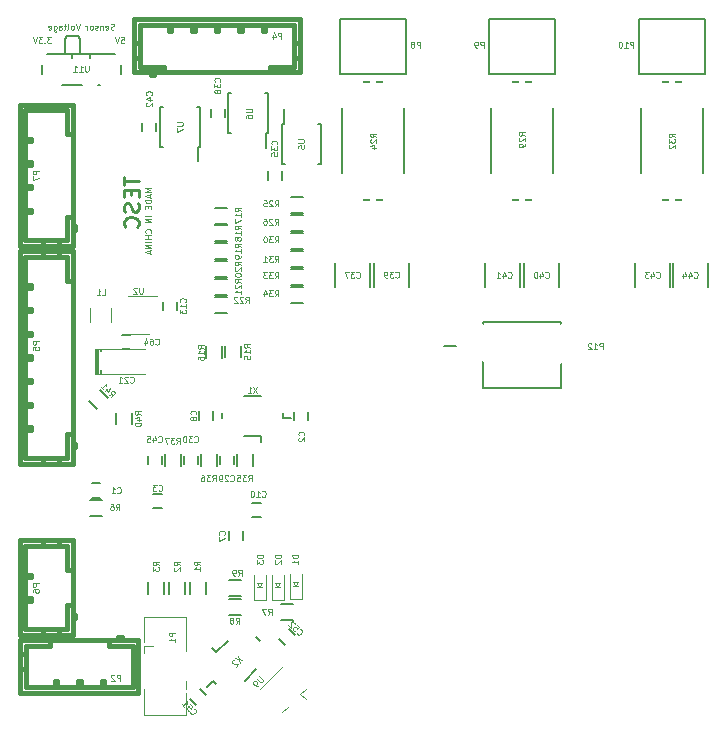
<source format=gbo>
%TF.GenerationSoftware,KiCad,Pcbnew,4.0.7*%
%TF.CreationDate,2018-05-28T23:25:44+08:00*%
%TF.ProjectId,VESC_6,564553435F362E6B696361645F706362,A*%
%TF.FileFunction,Legend,Bot*%
%FSLAX46Y46*%
G04 Gerber Fmt 4.6, Leading zero omitted, Abs format (unit mm)*
G04 Created by KiCad (PCBNEW 4.0.7) date 2018 May 28, Monday 23:25:44*
%MOMM*%
%LPD*%
G01*
G04 APERTURE LIST*
%ADD10C,0.100000*%
%ADD11C,0.200000*%
%ADD12C,0.101600*%
%ADD13C,0.203200*%
%ADD14C,0.254000*%
%ADD15C,0.150000*%
%ADD16C,0.381000*%
%ADD17C,0.120000*%
%ADD18R,0.750000X0.800000*%
%ADD19R,0.800000X0.750000*%
%ADD20R,1.699260X1.198880*%
%ADD21O,1.699260X1.198880*%
%ADD22R,2.000000X1.300000*%
%ADD23R,0.450000X1.450000*%
%ADD24C,3.000000*%
%ADD25R,1.300000X0.700000*%
%ADD26R,1.198880X1.699260*%
%ADD27O,1.198880X1.699260*%
%ADD28R,1.060000X0.650000*%
%ADD29R,0.800000X0.800000*%
%ADD30R,1.500000X0.450000*%
%ADD31O,1.100000X1.800000*%
%ADD32O,1.100000X2.200000*%
%ADD33R,5.000000X4.000000*%
%ADD34R,0.900000X0.500000*%
%ADD35R,0.500000X0.900000*%
%ADD36R,2.500000X1.000000*%
%ADD37R,1.950000X1.500000*%
%ADD38R,6.000000X5.000000*%
%ADD39C,0.900000*%
%ADD40R,0.700000X1.500000*%
%ADD41R,1.000000X0.800000*%
%ADD42R,0.600000X2.700000*%
%ADD43R,2.300000X2.700000*%
%ADD44R,1.600000X1.600000*%
%ADD45C,1.600000*%
G04 APERTURE END LIST*
D10*
D11*
X122054000Y-85208000D02*
X122054000Y-83208000D01*
X121854000Y-85208000D02*
X121854000Y-83208000D01*
D12*
X123177905Y-56085619D02*
X123105334Y-56109810D01*
X122984381Y-56109810D01*
X122936000Y-56085619D01*
X122911810Y-56061429D01*
X122887619Y-56013048D01*
X122887619Y-55964667D01*
X122911810Y-55916286D01*
X122936000Y-55892095D01*
X122984381Y-55867905D01*
X123081143Y-55843714D01*
X123129524Y-55819524D01*
X123153715Y-55795333D01*
X123177905Y-55746952D01*
X123177905Y-55698571D01*
X123153715Y-55650190D01*
X123129524Y-55626000D01*
X123081143Y-55601810D01*
X122960191Y-55601810D01*
X122887619Y-55626000D01*
X122476381Y-56085619D02*
X122524762Y-56109810D01*
X122621524Y-56109810D01*
X122669905Y-56085619D01*
X122694095Y-56037238D01*
X122694095Y-55843714D01*
X122669905Y-55795333D01*
X122621524Y-55771143D01*
X122524762Y-55771143D01*
X122476381Y-55795333D01*
X122452190Y-55843714D01*
X122452190Y-55892095D01*
X122694095Y-55940476D01*
X122234476Y-55771143D02*
X122234476Y-56109810D01*
X122234476Y-55819524D02*
X122210285Y-55795333D01*
X122161904Y-55771143D01*
X122089333Y-55771143D01*
X122040952Y-55795333D01*
X122016761Y-55843714D01*
X122016761Y-56109810D01*
X121799047Y-56085619D02*
X121750666Y-56109810D01*
X121653904Y-56109810D01*
X121605523Y-56085619D01*
X121581333Y-56037238D01*
X121581333Y-56013048D01*
X121605523Y-55964667D01*
X121653904Y-55940476D01*
X121726476Y-55940476D01*
X121774857Y-55916286D01*
X121799047Y-55867905D01*
X121799047Y-55843714D01*
X121774857Y-55795333D01*
X121726476Y-55771143D01*
X121653904Y-55771143D01*
X121605523Y-55795333D01*
X121291047Y-56109810D02*
X121339428Y-56085619D01*
X121363619Y-56061429D01*
X121387809Y-56013048D01*
X121387809Y-55867905D01*
X121363619Y-55819524D01*
X121339428Y-55795333D01*
X121291047Y-55771143D01*
X121218476Y-55771143D01*
X121170095Y-55795333D01*
X121145904Y-55819524D01*
X121121714Y-55867905D01*
X121121714Y-56013048D01*
X121145904Y-56061429D01*
X121170095Y-56085619D01*
X121218476Y-56109810D01*
X121291047Y-56109810D01*
X120904000Y-56109810D02*
X120904000Y-55771143D01*
X120904000Y-55867905D02*
X120879809Y-55819524D01*
X120855619Y-55795333D01*
X120807238Y-55771143D01*
X120758857Y-55771143D01*
X120275047Y-55601810D02*
X120105714Y-56109810D01*
X119936380Y-55601810D01*
X119694475Y-56109810D02*
X119742856Y-56085619D01*
X119767047Y-56061429D01*
X119791237Y-56013048D01*
X119791237Y-55867905D01*
X119767047Y-55819524D01*
X119742856Y-55795333D01*
X119694475Y-55771143D01*
X119621904Y-55771143D01*
X119573523Y-55795333D01*
X119549332Y-55819524D01*
X119525142Y-55867905D01*
X119525142Y-56013048D01*
X119549332Y-56061429D01*
X119573523Y-56085619D01*
X119621904Y-56109810D01*
X119694475Y-56109810D01*
X119234856Y-56109810D02*
X119283237Y-56085619D01*
X119307428Y-56037238D01*
X119307428Y-55601810D01*
X119113904Y-55771143D02*
X118920380Y-55771143D01*
X119041333Y-55601810D02*
X119041333Y-56037238D01*
X119017142Y-56085619D01*
X118968761Y-56109810D01*
X118920380Y-56109810D01*
X118533332Y-56109810D02*
X118533332Y-55843714D01*
X118557523Y-55795333D01*
X118605904Y-55771143D01*
X118702666Y-55771143D01*
X118751047Y-55795333D01*
X118533332Y-56085619D02*
X118581713Y-56109810D01*
X118702666Y-56109810D01*
X118751047Y-56085619D01*
X118775237Y-56037238D01*
X118775237Y-55988857D01*
X118751047Y-55940476D01*
X118702666Y-55916286D01*
X118581713Y-55916286D01*
X118533332Y-55892095D01*
X118073713Y-55771143D02*
X118073713Y-56182381D01*
X118097904Y-56230762D01*
X118122094Y-56254952D01*
X118170475Y-56279143D01*
X118243047Y-56279143D01*
X118291428Y-56254952D01*
X118073713Y-56085619D02*
X118122094Y-56109810D01*
X118218856Y-56109810D01*
X118267237Y-56085619D01*
X118291428Y-56061429D01*
X118315618Y-56013048D01*
X118315618Y-55867905D01*
X118291428Y-55819524D01*
X118267237Y-55795333D01*
X118218856Y-55771143D01*
X118122094Y-55771143D01*
X118073713Y-55795333D01*
X117638285Y-56085619D02*
X117686666Y-56109810D01*
X117783428Y-56109810D01*
X117831809Y-56085619D01*
X117855999Y-56037238D01*
X117855999Y-55843714D01*
X117831809Y-55795333D01*
X117783428Y-55771143D01*
X117686666Y-55771143D01*
X117638285Y-55795333D01*
X117614094Y-55843714D01*
X117614094Y-55892095D01*
X117855999Y-55940476D01*
D11*
X121735000Y-85208000D02*
X121735000Y-83208000D01*
D10*
X135706174Y-102923340D02*
X135304854Y-102923340D01*
X135706174Y-102923340D02*
X135518214Y-103207820D01*
X135304854Y-102925880D02*
X135495354Y-103207820D01*
X135706174Y-103273860D02*
X135304854Y-103273860D01*
X137233500Y-102923340D02*
X136832180Y-102923340D01*
X137233500Y-102923340D02*
X137045540Y-103207820D01*
X136832180Y-102925880D02*
X137022680Y-103207820D01*
X137233500Y-103273860D02*
X136832180Y-103273860D01*
X138759462Y-103240840D02*
X138358142Y-103240840D01*
X138759462Y-102890320D02*
X138571502Y-103174800D01*
X138358142Y-102892860D02*
X138548642Y-103174800D01*
X138759462Y-102890320D02*
X138358142Y-102890320D01*
D13*
X151130000Y-82931000D02*
X152146000Y-82931000D01*
D12*
X126340810Y-69493190D02*
X125832810Y-69493190D01*
X126195667Y-69662524D01*
X125832810Y-69831857D01*
X126340810Y-69831857D01*
X126195667Y-70049571D02*
X126195667Y-70291476D01*
X126340810Y-70001190D02*
X125832810Y-70170523D01*
X126340810Y-70339857D01*
X126340810Y-70509190D02*
X125832810Y-70509190D01*
X125832810Y-70630143D01*
X125857000Y-70702714D01*
X125905381Y-70751095D01*
X125953762Y-70775286D01*
X126050524Y-70799476D01*
X126123095Y-70799476D01*
X126219857Y-70775286D01*
X126268238Y-70751095D01*
X126316619Y-70702714D01*
X126340810Y-70630143D01*
X126340810Y-70509190D01*
X126074714Y-71017190D02*
X126074714Y-71186524D01*
X126340810Y-71259095D02*
X126340810Y-71017190D01*
X125832810Y-71017190D01*
X125832810Y-71259095D01*
X126340810Y-71863857D02*
X125832810Y-71863857D01*
X126340810Y-72105762D02*
X125832810Y-72105762D01*
X126340810Y-72396048D01*
X125832810Y-72396048D01*
X126292429Y-73315286D02*
X126316619Y-73291096D01*
X126340810Y-73218524D01*
X126340810Y-73170143D01*
X126316619Y-73097572D01*
X126268238Y-73049191D01*
X126219857Y-73025000D01*
X126123095Y-73000810D01*
X126050524Y-73000810D01*
X125953762Y-73025000D01*
X125905381Y-73049191D01*
X125857000Y-73097572D01*
X125832810Y-73170143D01*
X125832810Y-73218524D01*
X125857000Y-73291096D01*
X125881190Y-73315286D01*
X126340810Y-73533000D02*
X125832810Y-73533000D01*
X126074714Y-73533000D02*
X126074714Y-73823286D01*
X126340810Y-73823286D02*
X125832810Y-73823286D01*
X126340810Y-74065190D02*
X125832810Y-74065190D01*
X126340810Y-74307095D02*
X125832810Y-74307095D01*
X126340810Y-74597381D01*
X125832810Y-74597381D01*
X126195667Y-74815095D02*
X126195667Y-75057000D01*
X126340810Y-74766714D02*
X125832810Y-74936047D01*
X126340810Y-75105381D01*
D14*
X124018524Y-68561857D02*
X124018524Y-69287572D01*
X125288524Y-68924715D02*
X124018524Y-68924715D01*
X124623286Y-69710905D02*
X124623286Y-70134238D01*
X125288524Y-70315667D02*
X125288524Y-69710905D01*
X124018524Y-69710905D01*
X124018524Y-70315667D01*
X125228048Y-70799477D02*
X125288524Y-70980905D01*
X125288524Y-71283286D01*
X125228048Y-71404239D01*
X125167571Y-71464715D01*
X125046619Y-71525191D01*
X124925667Y-71525191D01*
X124804714Y-71464715D01*
X124744238Y-71404239D01*
X124683762Y-71283286D01*
X124623286Y-71041382D01*
X124562810Y-70920429D01*
X124502333Y-70859953D01*
X124381381Y-70799477D01*
X124260429Y-70799477D01*
X124139476Y-70859953D01*
X124079000Y-70920429D01*
X124018524Y-71041382D01*
X124018524Y-71343762D01*
X124079000Y-71525191D01*
X125167571Y-72795191D02*
X125228048Y-72734715D01*
X125288524Y-72553286D01*
X125288524Y-72432334D01*
X125228048Y-72250906D01*
X125107095Y-72129953D01*
X124986143Y-72069477D01*
X124744238Y-72009001D01*
X124562810Y-72009001D01*
X124320905Y-72069477D01*
X124199952Y-72129953D01*
X124079000Y-72250906D01*
X124018524Y-72432334D01*
X124018524Y-72553286D01*
X124079000Y-72734715D01*
X124139476Y-72795191D01*
D12*
X117843906Y-56744810D02*
X117529429Y-56744810D01*
X117698763Y-56938333D01*
X117626191Y-56938333D01*
X117577810Y-56962524D01*
X117553620Y-56986714D01*
X117529429Y-57035095D01*
X117529429Y-57156048D01*
X117553620Y-57204429D01*
X117577810Y-57228619D01*
X117626191Y-57252810D01*
X117771334Y-57252810D01*
X117819715Y-57228619D01*
X117843906Y-57204429D01*
X117311715Y-57204429D02*
X117287524Y-57228619D01*
X117311715Y-57252810D01*
X117335905Y-57228619D01*
X117311715Y-57204429D01*
X117311715Y-57252810D01*
X117118191Y-56744810D02*
X116803714Y-56744810D01*
X116973048Y-56938333D01*
X116900476Y-56938333D01*
X116852095Y-56962524D01*
X116827905Y-56986714D01*
X116803714Y-57035095D01*
X116803714Y-57156048D01*
X116827905Y-57204429D01*
X116852095Y-57228619D01*
X116900476Y-57252810D01*
X117045619Y-57252810D01*
X117094000Y-57228619D01*
X117118191Y-57204429D01*
X116658571Y-56744810D02*
X116489238Y-57252810D01*
X116319904Y-56744810D01*
X123794762Y-56744810D02*
X124036667Y-56744810D01*
X124060857Y-56986714D01*
X124036667Y-56962524D01*
X123988286Y-56938333D01*
X123867333Y-56938333D01*
X123818952Y-56962524D01*
X123794762Y-56986714D01*
X123770571Y-57035095D01*
X123770571Y-57156048D01*
X123794762Y-57204429D01*
X123818952Y-57228619D01*
X123867333Y-57252810D01*
X123988286Y-57252810D01*
X124036667Y-57228619D01*
X124060857Y-57204429D01*
X123625428Y-56744810D02*
X123456095Y-57252810D01*
X123286761Y-56744810D01*
D15*
X137379000Y-68803000D02*
X137379000Y-68103000D01*
X136179000Y-68103000D02*
X136179000Y-68803000D01*
X135605000Y-96174000D02*
X134905000Y-96174000D01*
X134905000Y-97374000D02*
X135605000Y-97374000D01*
D16*
X119682260Y-107348020D02*
X119682260Y-99347020D01*
X115681760Y-99847400D02*
X115681760Y-106847640D01*
X115183920Y-107348020D02*
X115183920Y-99347020D01*
X116182140Y-104249220D02*
X115681760Y-104249220D01*
X116182140Y-104447340D02*
X116182140Y-104249220D01*
X115681760Y-104447340D02*
X116182140Y-104447340D01*
X115681760Y-102448360D02*
X116182140Y-102448360D01*
X116182140Y-102448360D02*
X116182140Y-102250240D01*
X116182140Y-102250240D02*
X115681760Y-102250240D01*
X118483380Y-99347020D02*
X118483380Y-99847400D01*
X117182900Y-99847400D02*
X117182900Y-99347020D01*
X117182900Y-106847640D02*
X117182900Y-107348020D01*
X118483380Y-106847640D02*
X118483380Y-107348020D01*
X119682260Y-104848660D02*
X119181880Y-104848660D01*
X119181880Y-104848660D02*
X119181880Y-106847640D01*
X119181880Y-106847640D02*
X115681760Y-106847640D01*
X115681760Y-99847400D02*
X119181880Y-99847400D01*
X119181880Y-99847400D02*
X119181880Y-101846380D01*
X119181880Y-101846380D02*
X119682260Y-101846380D01*
X119682260Y-107348020D02*
X115183920Y-107348020D01*
X119682260Y-99347020D02*
X115183920Y-99347020D01*
X119682260Y-105648760D02*
X119882920Y-105648760D01*
X119882920Y-105648760D02*
X119882920Y-105948480D01*
X119882920Y-105948480D02*
X119682260Y-105948480D01*
D15*
X137506000Y-88993320D02*
X138206000Y-88993320D01*
X135606000Y-90493320D02*
X135606000Y-90993320D01*
X134203920Y-90493320D02*
X135606000Y-90493320D01*
X135607040Y-87093320D02*
X134204960Y-87093320D01*
X132306000Y-88993320D02*
X132306000Y-88593320D01*
X137506000Y-88993320D02*
X137506000Y-88593320D01*
X131547901Y-111247256D02*
X131052926Y-111742231D01*
X131830744Y-108843093D02*
X131477190Y-108489540D01*
X132822164Y-107851673D02*
X131830744Y-108843093D01*
X134234171Y-111247992D02*
X135225592Y-110256571D01*
X135224856Y-107570301D02*
X135507699Y-107853144D01*
X131547901Y-111247256D02*
X131830744Y-111530099D01*
X137390000Y-64111000D02*
X137565000Y-64111000D01*
X137390000Y-67461000D02*
X137640000Y-67461000D01*
X140740000Y-67461000D02*
X140490000Y-67461000D01*
X140740000Y-64111000D02*
X140490000Y-64111000D01*
X137390000Y-64111000D02*
X137390000Y-67461000D01*
X140740000Y-64111000D02*
X140740000Y-67461000D01*
X137565000Y-64111000D02*
X137565000Y-62861000D01*
D17*
X122927000Y-80850000D02*
X122927000Y-79650000D01*
X121167000Y-79650000D02*
X121167000Y-80850000D01*
D16*
X120154700Y-111274860D02*
X120154700Y-111775240D01*
X120352820Y-111274860D02*
X120154700Y-111274860D01*
X120352820Y-111775240D02*
X120352820Y-111274860D01*
X125255020Y-112273080D02*
X115252500Y-112273080D01*
X115752880Y-111775240D02*
X124754640Y-111775240D01*
X125255020Y-107774740D02*
X115252500Y-107774740D01*
X122156220Y-111274860D02*
X122156220Y-111775240D01*
X122354340Y-111274860D02*
X122156220Y-111274860D01*
X122354340Y-111775240D02*
X122354340Y-111274860D01*
X118353840Y-111775240D02*
X118353840Y-111274860D01*
X118353840Y-111274860D02*
X118155720Y-111274860D01*
X118155720Y-111274860D02*
X118155720Y-111775240D01*
X115252500Y-108973620D02*
X115752880Y-108973620D01*
X115752880Y-110274100D02*
X115252500Y-110274100D01*
X124754640Y-110274100D02*
X125255020Y-110274100D01*
X124754640Y-108973620D02*
X125255020Y-108973620D01*
X122755660Y-107774740D02*
X122755660Y-108275120D01*
X122755660Y-108275120D02*
X124754640Y-108275120D01*
X124754640Y-108275120D02*
X124754640Y-111775240D01*
X115752880Y-111775240D02*
X115752880Y-108275120D01*
X115752880Y-108275120D02*
X117751860Y-108275120D01*
X117751860Y-108275120D02*
X117751860Y-107774740D01*
X125255020Y-107774740D02*
X125255020Y-112273080D01*
X115252500Y-107774740D02*
X115252500Y-112273080D01*
X123555760Y-107774740D02*
X123555760Y-107574080D01*
X123555760Y-107574080D02*
X123855480Y-107574080D01*
X123855480Y-107574080D02*
X123855480Y-107774740D01*
X138902520Y-59738260D02*
X124902040Y-59738260D01*
X124902040Y-55239920D02*
X138902520Y-55239920D01*
X138402140Y-55737760D02*
X125402420Y-55737760D01*
X133799660Y-55737760D02*
X133799660Y-56238140D01*
X133799660Y-56238140D02*
X133997780Y-56238140D01*
X133997780Y-56238140D02*
X133997780Y-55737760D01*
X135999300Y-56238140D02*
X135999300Y-55737760D01*
X135801180Y-56238140D02*
X135999300Y-56238140D01*
X135801180Y-55737760D02*
X135801180Y-56238140D01*
X129999820Y-56238140D02*
X129999820Y-55737760D01*
X129801700Y-56238140D02*
X129999820Y-56238140D01*
X129801700Y-55737760D02*
X129801700Y-56238140D01*
X127998300Y-56238140D02*
X127998300Y-55737760D01*
X127800180Y-56238140D02*
X127998300Y-56238140D01*
X127800180Y-55737760D02*
X127800180Y-56238140D01*
X131800680Y-55737760D02*
X131800680Y-56238140D01*
X131800680Y-56238140D02*
X131998800Y-56238140D01*
X131998800Y-56238140D02*
X131998800Y-55737760D01*
X138902520Y-58539380D02*
X138402140Y-58539380D01*
X138402140Y-57238900D02*
X138902520Y-57238900D01*
X125399880Y-57238900D02*
X124899500Y-57238900D01*
X125399880Y-58539380D02*
X124899500Y-58539380D01*
X127398860Y-59738260D02*
X127398860Y-59237880D01*
X127398860Y-59237880D02*
X125399880Y-59237880D01*
X125399880Y-59237880D02*
X125399880Y-55737760D01*
X138402140Y-55737760D02*
X138402140Y-59237880D01*
X138402140Y-59237880D02*
X136403160Y-59237880D01*
X136403160Y-59237880D02*
X136403160Y-59738260D01*
X124899500Y-59738260D02*
X124899500Y-55239920D01*
X138902520Y-59738260D02*
X138902520Y-55239920D01*
X126598760Y-59738260D02*
X126598760Y-59938920D01*
X126598760Y-59938920D02*
X126299040Y-59938920D01*
X126299040Y-59938920D02*
X126299040Y-59738260D01*
X115183920Y-92867480D02*
X115183920Y-74869040D01*
X115681760Y-75369420D02*
X115681760Y-92367100D01*
X119682260Y-92867480D02*
X119682260Y-74869040D01*
X115681760Y-81968340D02*
X116182140Y-81968340D01*
X116182140Y-81968340D02*
X116182140Y-81770220D01*
X116182140Y-81770220D02*
X115681760Y-81770220D01*
X115681760Y-77970380D02*
X116182140Y-77970380D01*
X116182140Y-77970380D02*
X116182140Y-77772260D01*
X116182140Y-77772260D02*
X115681760Y-77772260D01*
X115681760Y-83972400D02*
X116182140Y-83972400D01*
X116182140Y-83972400D02*
X116182140Y-83774280D01*
X116182140Y-83774280D02*
X115681760Y-83774280D01*
X116182140Y-79771240D02*
X115681760Y-79771240D01*
X116182140Y-79969360D02*
X116182140Y-79771240D01*
X115681760Y-79969360D02*
X116182140Y-79969360D01*
X116182140Y-87772240D02*
X115681760Y-87772240D01*
X116182140Y-87970360D02*
X116182140Y-87772240D01*
X115681760Y-87970360D02*
X116182140Y-87970360D01*
X116182140Y-89773760D02*
X115681760Y-89773760D01*
X116182140Y-89971880D02*
X116182140Y-89773760D01*
X115681760Y-89971880D02*
X116182140Y-89971880D01*
X115681760Y-85971380D02*
X116182140Y-85971380D01*
X116182140Y-85971380D02*
X116182140Y-85773260D01*
X116182140Y-85773260D02*
X115681760Y-85773260D01*
X118483380Y-74869040D02*
X118483380Y-75369420D01*
X117182900Y-75369420D02*
X117182900Y-74869040D01*
X117182900Y-92372180D02*
X117182900Y-92872560D01*
X118483380Y-92372180D02*
X118483380Y-92872560D01*
X119682260Y-90373200D02*
X119181880Y-90373200D01*
X119181880Y-90373200D02*
X119181880Y-92372180D01*
X119181880Y-92372180D02*
X115681760Y-92372180D01*
X115681760Y-75369420D02*
X119181880Y-75369420D01*
X119181880Y-75369420D02*
X119181880Y-77368400D01*
X119181880Y-77368400D02*
X119682260Y-77368400D01*
X119682260Y-92872560D02*
X115183920Y-92872560D01*
X119682260Y-74869040D02*
X115183920Y-74869040D01*
X119682260Y-91173300D02*
X119882920Y-91173300D01*
X119882920Y-91173300D02*
X119882920Y-91473020D01*
X119882920Y-91473020D02*
X119682260Y-91473020D01*
X119682260Y-62453520D02*
X119682260Y-74452480D01*
X115681760Y-73952100D02*
X115681760Y-62953900D01*
X115183920Y-62453520D02*
X115183920Y-74452480D01*
X116182140Y-65356740D02*
X115681760Y-65356740D01*
X116182140Y-65554860D02*
X116182140Y-65356740D01*
X115681760Y-65554860D02*
X116182140Y-65554860D01*
X116182140Y-69354700D02*
X115681760Y-69354700D01*
X116182140Y-69552820D02*
X116182140Y-69354700D01*
X115681760Y-69552820D02*
X116182140Y-69552820D01*
X116182140Y-71356220D02*
X115681760Y-71356220D01*
X116182140Y-71554340D02*
X116182140Y-71356220D01*
X115681760Y-71554340D02*
X116182140Y-71554340D01*
X115681760Y-67553840D02*
X116182140Y-67553840D01*
X116182140Y-67553840D02*
X116182140Y-67355720D01*
X116182140Y-67355720D02*
X115681760Y-67355720D01*
X118483380Y-62453520D02*
X118483380Y-62953900D01*
X117182900Y-62953900D02*
X117182900Y-62453520D01*
X117182900Y-73954640D02*
X117182900Y-74455020D01*
X118483380Y-73954640D02*
X118483380Y-74455020D01*
X119682260Y-71955660D02*
X119181880Y-71955660D01*
X119181880Y-71955660D02*
X119181880Y-73954640D01*
X119181880Y-73954640D02*
X115681760Y-73954640D01*
X115681760Y-62953900D02*
X119181880Y-62953900D01*
X119181880Y-62953900D02*
X119181880Y-64952880D01*
X119181880Y-64952880D02*
X119682260Y-64952880D01*
X119682260Y-74455020D02*
X115183920Y-74455020D01*
X119682260Y-62453520D02*
X115183920Y-62453520D01*
X119682260Y-72755760D02*
X119882920Y-72755760D01*
X119882920Y-72755760D02*
X119882920Y-73055480D01*
X119882920Y-73055480D02*
X119682260Y-73055480D01*
D17*
X126135000Y-81860000D02*
X124335000Y-81860000D01*
X124335000Y-78640000D02*
X126785000Y-78640000D01*
X139061300Y-104341700D02*
X138061300Y-104341700D01*
X138061300Y-104341700D02*
X138061300Y-102241700D01*
X139061300Y-104341700D02*
X139061300Y-102241700D01*
X137533000Y-104373200D02*
X136533000Y-104373200D01*
X136533000Y-104373200D02*
X136533000Y-102273200D01*
X137533000Y-104373200D02*
X137533000Y-102273200D01*
X136009000Y-104373200D02*
X135009000Y-104373200D01*
X135009000Y-104373200D02*
X135009000Y-102273200D01*
X136009000Y-104373200D02*
X136009000Y-102273200D01*
D15*
X136218800Y-64870200D02*
X136043800Y-64870200D01*
X136218800Y-61520200D02*
X135968800Y-61520200D01*
X132868800Y-61520200D02*
X133118800Y-61520200D01*
X132868800Y-64870200D02*
X133118800Y-64870200D01*
X136218800Y-64870200D02*
X136218800Y-61520200D01*
X132868800Y-64870200D02*
X132868800Y-61520200D01*
X136043800Y-64870200D02*
X136043800Y-66120200D01*
X130440300Y-66013200D02*
X130265300Y-66013200D01*
X130440300Y-62663200D02*
X130190300Y-62663200D01*
X127090300Y-62663200D02*
X127340300Y-62663200D01*
X127090300Y-66013200D02*
X127340300Y-66013200D01*
X130440300Y-66013200D02*
X130440300Y-62663200D01*
X127090300Y-66013200D02*
X127090300Y-62663200D01*
X130265300Y-66013200D02*
X130265300Y-67263200D01*
D17*
X126492000Y-108276000D02*
X125742000Y-108276000D01*
X125742000Y-108276000D02*
X125742000Y-108876000D01*
X125742000Y-107976000D02*
X125742000Y-105826000D01*
X125742000Y-114126000D02*
X129292000Y-114126000D01*
X129292000Y-105826000D02*
X129292000Y-108726000D01*
X125742000Y-105826000D02*
X129292000Y-105826000D01*
X129292000Y-114126000D02*
X129292000Y-111226000D01*
X125742000Y-111976000D02*
X125742000Y-114126000D01*
X137452053Y-110015865D02*
X135542865Y-111925053D01*
X138958191Y-112356388D02*
X139403668Y-112801866D01*
X137430840Y-113883739D02*
X137883388Y-113431191D01*
X139410739Y-111903840D02*
X138958191Y-112356388D01*
D15*
X142314500Y-55231000D02*
X142314500Y-59831000D01*
X142314500Y-59831000D02*
X147914500Y-59831000D01*
X147914500Y-59831000D02*
X147914500Y-55231000D01*
X147914500Y-55231000D02*
X142314500Y-55231000D01*
X154934000Y-55231000D02*
X154934000Y-59831000D01*
X154934000Y-59831000D02*
X160534000Y-59831000D01*
X160534000Y-59831000D02*
X160534000Y-55231000D01*
X160534000Y-55231000D02*
X154934000Y-55231000D01*
X167634000Y-55231000D02*
X167634000Y-59831000D01*
X167634000Y-59831000D02*
X173234000Y-59831000D01*
X173234000Y-59831000D02*
X173234000Y-55231000D01*
X173234000Y-55231000D02*
X167634000Y-55231000D01*
X122003300Y-94535700D02*
X121303300Y-94535700D01*
X121303300Y-95735700D02*
X122003300Y-95735700D01*
X138388800Y-88499200D02*
X138388800Y-89199200D01*
X139588800Y-89199200D02*
X139588800Y-88499200D01*
X127223000Y-95412000D02*
X126523000Y-95412000D01*
X126523000Y-96612000D02*
X127223000Y-96612000D01*
X132877000Y-98595000D02*
X132877000Y-99295000D01*
X134077000Y-99295000D02*
X134077000Y-98595000D01*
X131537000Y-89123000D02*
X131537000Y-88423000D01*
X130337000Y-88423000D02*
X130337000Y-89123000D01*
X127289000Y-79152000D02*
X127289000Y-79852000D01*
X128489000Y-79852000D02*
X128489000Y-79152000D01*
X132115000Y-92182200D02*
X132115000Y-92882200D01*
X133315000Y-92882200D02*
X133315000Y-92182200D01*
X129067000Y-92182200D02*
X129067000Y-92882200D01*
X130267000Y-92882200D02*
X130267000Y-92182200D01*
X131353000Y-62820500D02*
X131353000Y-63520500D01*
X132553000Y-63520500D02*
X132553000Y-62820500D01*
X125574500Y-63987500D02*
X125574500Y-64687500D01*
X126774500Y-64687500D02*
X126774500Y-63987500D01*
X126019000Y-92182200D02*
X126019000Y-92882200D01*
X127219000Y-92882200D02*
X127219000Y-92182200D01*
X130973751Y-112472223D02*
X130478777Y-111977249D01*
X129630249Y-112825777D02*
X130125223Y-113320751D01*
X137123249Y-107745777D02*
X137618223Y-108240751D01*
X138466751Y-107392223D02*
X137971777Y-106897249D01*
X123856000Y-83150000D02*
X124556000Y-83150000D01*
X124556000Y-81950000D02*
X123856000Y-81950000D01*
X129627000Y-102878000D02*
X129627000Y-103878000D01*
X130977000Y-103878000D02*
X130977000Y-102878000D01*
X129199000Y-103878000D02*
X129199000Y-102878000D01*
X127849000Y-102878000D02*
X127849000Y-103878000D01*
X127425300Y-103866000D02*
X127425300Y-102866000D01*
X126075300Y-102866000D02*
X126075300Y-103866000D01*
X121166000Y-97258500D02*
X122166000Y-97258500D01*
X122166000Y-95908500D02*
X121166000Y-95908500D01*
X138295000Y-104735000D02*
X137295000Y-104735000D01*
X137295000Y-106085000D02*
X138295000Y-106085000D01*
X133900800Y-104303200D02*
X132900800Y-104303200D01*
X132900800Y-105653200D02*
X133900800Y-105653200D01*
X133900800Y-102703000D02*
X132900800Y-102703000D01*
X132900800Y-104053000D02*
X133900800Y-104053000D01*
X132606000Y-82869000D02*
X132606000Y-83869000D01*
X133956000Y-83869000D02*
X133956000Y-82869000D01*
X131009800Y-82880200D02*
X131009800Y-83880200D01*
X132359800Y-83880200D02*
X132359800Y-82880200D01*
X132716500Y-71207000D02*
X131716500Y-71207000D01*
X131716500Y-72557000D02*
X132716500Y-72557000D01*
X132716500Y-72667500D02*
X131716500Y-72667500D01*
X131716500Y-74017500D02*
X132716500Y-74017500D01*
X132716500Y-74191500D02*
X131716500Y-74191500D01*
X131716500Y-75541500D02*
X132716500Y-75541500D01*
X132716500Y-75715500D02*
X131716500Y-75715500D01*
X131716500Y-77065500D02*
X132716500Y-77065500D01*
X132716500Y-77239500D02*
X131716500Y-77239500D01*
X131716500Y-78589500D02*
X132716500Y-78589500D01*
X132716500Y-78763500D02*
X131716500Y-78763500D01*
X131716500Y-80113500D02*
X132716500Y-80113500D01*
X124677800Y-89539700D02*
X124677800Y-88539700D01*
X123327800Y-88539700D02*
X123327800Y-89539700D01*
X121025650Y-87563244D02*
X121732756Y-88270350D01*
X122687350Y-87315756D02*
X121980244Y-86608650D01*
X144858000Y-75898500D02*
X144858000Y-77898500D01*
X141908000Y-77898500D02*
X141908000Y-75898500D01*
X148160000Y-75898500D02*
X148160000Y-77898500D01*
X145210000Y-77898500D02*
X145210000Y-75898500D01*
X160860000Y-75898500D02*
X160860000Y-77898500D01*
X157910000Y-77898500D02*
X157910000Y-75898500D01*
X157558000Y-75898500D02*
X157558000Y-77898500D01*
X154608000Y-77898500D02*
X154608000Y-75898500D01*
X170258000Y-75898500D02*
X170258000Y-77898500D01*
X167308000Y-77898500D02*
X167308000Y-75898500D01*
X173433000Y-75898500D02*
X173433000Y-77898500D01*
X170483000Y-77898500D02*
X170483000Y-75898500D01*
D17*
X121578000Y-85251000D02*
X125828000Y-85251000D01*
X121578000Y-83151000D02*
X125828000Y-83151000D01*
X121578000Y-85251000D02*
X121578000Y-83151000D01*
D15*
X138172000Y-71604500D02*
X139172000Y-71604500D01*
X139172000Y-70254500D02*
X138172000Y-70254500D01*
X138171300Y-73141200D02*
X139171300Y-73141200D01*
X139171300Y-71791200D02*
X138171300Y-71791200D01*
X138184000Y-74652500D02*
X139184000Y-74652500D01*
X139184000Y-73302500D02*
X138184000Y-73302500D01*
X138184000Y-76176500D02*
X139184000Y-76176500D01*
X139184000Y-74826500D02*
X138184000Y-74826500D01*
X138184000Y-77700500D02*
X139184000Y-77700500D01*
X139184000Y-76350500D02*
X138184000Y-76350500D01*
X138184000Y-79224500D02*
X139184000Y-79224500D01*
X139184000Y-77874500D02*
X138184000Y-77874500D01*
X133564000Y-92032200D02*
X133564000Y-93032200D01*
X134914000Y-93032200D02*
X134914000Y-92032200D01*
X130516000Y-92032200D02*
X130516000Y-93032200D01*
X131866000Y-93032200D02*
X131866000Y-92032200D01*
X127468000Y-92032200D02*
X127468000Y-93032200D01*
X128818000Y-93032200D02*
X128818000Y-92032200D01*
X154434000Y-86493000D02*
X161034000Y-86493000D01*
X161034000Y-86493000D02*
X161034000Y-80893000D01*
X161034000Y-80893000D02*
X154434000Y-80893000D01*
X154434000Y-80893000D02*
X154434000Y-86493000D01*
X121146000Y-58492000D02*
X121146000Y-58192000D01*
X119646000Y-58492000D02*
X119646000Y-58192000D01*
X121796000Y-60792000D02*
X121996000Y-60792000D01*
X118996000Y-56892000D02*
X119196000Y-56692000D01*
X120296000Y-56892000D02*
X120096000Y-56692000D01*
X118996000Y-58192000D02*
X118996000Y-56892000D01*
X119196000Y-56692000D02*
X120096000Y-56692000D01*
X120296000Y-56892000D02*
X120296000Y-58192000D01*
X117546000Y-58192000D02*
X123246000Y-58192000D01*
X118796000Y-60792000D02*
X120496000Y-60792000D01*
X117046000Y-59892000D02*
X117046000Y-59092000D01*
X123746000Y-59092000D02*
X123746000Y-59892000D01*
X147716000Y-60532000D02*
X142516000Y-60532000D01*
X147716000Y-70532000D02*
X147716000Y-60532000D01*
X142516000Y-70532000D02*
X147716000Y-70532000D01*
X142516000Y-60532000D02*
X142516000Y-70532000D01*
X173034000Y-60532000D02*
X167834000Y-60532000D01*
X173034000Y-70532000D02*
X173034000Y-60532000D01*
X167834000Y-70532000D02*
X173034000Y-70532000D01*
X167834000Y-60532000D02*
X167834000Y-70532000D01*
X160334000Y-60532000D02*
X155134000Y-60532000D01*
X160334000Y-70532000D02*
X160334000Y-60532000D01*
X155134000Y-70532000D02*
X160334000Y-70532000D01*
X155134000Y-60532000D02*
X155134000Y-70532000D01*
D12*
X136960429Y-65828428D02*
X136984619Y-65804238D01*
X137008810Y-65731666D01*
X137008810Y-65683285D01*
X136984619Y-65610714D01*
X136936238Y-65562333D01*
X136887857Y-65538142D01*
X136791095Y-65513952D01*
X136718524Y-65513952D01*
X136621762Y-65538142D01*
X136573381Y-65562333D01*
X136525000Y-65610714D01*
X136500810Y-65683285D01*
X136500810Y-65731666D01*
X136525000Y-65804238D01*
X136549190Y-65828428D01*
X136500810Y-65997761D02*
X136500810Y-66312238D01*
X136694333Y-66142904D01*
X136694333Y-66215476D01*
X136718524Y-66263857D01*
X136742714Y-66288047D01*
X136791095Y-66312238D01*
X136912048Y-66312238D01*
X136960429Y-66288047D01*
X136984619Y-66263857D01*
X137008810Y-66215476D01*
X137008810Y-66070333D01*
X136984619Y-66021952D01*
X136960429Y-65997761D01*
X136500810Y-66771857D02*
X136500810Y-66529952D01*
X136742714Y-66505762D01*
X136718524Y-66529952D01*
X136694333Y-66578333D01*
X136694333Y-66699286D01*
X136718524Y-66747667D01*
X136742714Y-66771857D01*
X136791095Y-66796048D01*
X136912048Y-66796048D01*
X136960429Y-66771857D01*
X136984619Y-66747667D01*
X137008810Y-66699286D01*
X137008810Y-66578333D01*
X136984619Y-66529952D01*
X136960429Y-66505762D01*
X135708572Y-95621929D02*
X135732762Y-95646119D01*
X135805334Y-95670310D01*
X135853715Y-95670310D01*
X135926286Y-95646119D01*
X135974667Y-95597738D01*
X135998858Y-95549357D01*
X136023048Y-95452595D01*
X136023048Y-95380024D01*
X135998858Y-95283262D01*
X135974667Y-95234881D01*
X135926286Y-95186500D01*
X135853715Y-95162310D01*
X135805334Y-95162310D01*
X135732762Y-95186500D01*
X135708572Y-95210690D01*
X135224762Y-95670310D02*
X135515048Y-95670310D01*
X135369905Y-95670310D02*
X135369905Y-95162310D01*
X135418286Y-95234881D01*
X135466667Y-95283262D01*
X135515048Y-95307452D01*
X134910286Y-95162310D02*
X134861905Y-95162310D01*
X134813524Y-95186500D01*
X134789333Y-95210690D01*
X134765143Y-95259071D01*
X134740952Y-95355833D01*
X134740952Y-95476786D01*
X134765143Y-95573548D01*
X134789333Y-95621929D01*
X134813524Y-95646119D01*
X134861905Y-95670310D01*
X134910286Y-95670310D01*
X134958667Y-95646119D01*
X134982857Y-95621929D01*
X135007048Y-95573548D01*
X135031238Y-95476786D01*
X135031238Y-95355833D01*
X135007048Y-95259071D01*
X134982857Y-95210690D01*
X134958667Y-95186500D01*
X134910286Y-95162310D01*
X116815810Y-103003047D02*
X116307810Y-103003047D01*
X116307810Y-103196571D01*
X116332000Y-103244952D01*
X116356190Y-103269143D01*
X116404571Y-103293333D01*
X116477143Y-103293333D01*
X116525524Y-103269143D01*
X116549714Y-103244952D01*
X116573905Y-103196571D01*
X116573905Y-103003047D01*
X116307810Y-103728762D02*
X116307810Y-103632000D01*
X116332000Y-103583619D01*
X116356190Y-103559428D01*
X116428762Y-103511047D01*
X116525524Y-103486857D01*
X116719048Y-103486857D01*
X116767429Y-103511047D01*
X116791619Y-103535238D01*
X116815810Y-103583619D01*
X116815810Y-103680381D01*
X116791619Y-103728762D01*
X116767429Y-103752952D01*
X116719048Y-103777143D01*
X116598095Y-103777143D01*
X116549714Y-103752952D01*
X116525524Y-103728762D01*
X116501333Y-103680381D01*
X116501333Y-103583619D01*
X116525524Y-103535238D01*
X116549714Y-103511047D01*
X116598095Y-103486857D01*
X135317239Y-86335810D02*
X134978572Y-86843810D01*
X134978572Y-86335810D02*
X135317239Y-86843810D01*
X134518952Y-86843810D02*
X134809238Y-86843810D01*
X134664095Y-86843810D02*
X134664095Y-86335810D01*
X134712476Y-86408381D01*
X134760857Y-86456762D01*
X134809238Y-86480952D01*
X133698081Y-109113500D02*
X133817817Y-109712184D01*
X133458607Y-109352974D02*
X134057291Y-109472710D01*
X133373080Y-109506921D02*
X133338870Y-109506921D01*
X133287554Y-109524026D01*
X133202028Y-109609553D01*
X133184922Y-109660869D01*
X133184922Y-109695078D01*
X133202027Y-109746395D01*
X133236238Y-109780605D01*
X133304659Y-109814816D01*
X133715186Y-109814816D01*
X133492817Y-110037184D01*
X138786810Y-65398952D02*
X139198048Y-65398952D01*
X139246429Y-65423143D01*
X139270619Y-65447333D01*
X139294810Y-65495714D01*
X139294810Y-65592476D01*
X139270619Y-65640857D01*
X139246429Y-65665048D01*
X139198048Y-65689238D01*
X138786810Y-65689238D01*
X138786810Y-66173047D02*
X138786810Y-65931142D01*
X139028714Y-65906952D01*
X139004524Y-65931142D01*
X138980333Y-65979523D01*
X138980333Y-66100476D01*
X139004524Y-66148857D01*
X139028714Y-66173047D01*
X139077095Y-66197238D01*
X139198048Y-66197238D01*
X139246429Y-66173047D01*
X139270619Y-66148857D01*
X139294810Y-66100476D01*
X139294810Y-65979523D01*
X139270619Y-65931142D01*
X139246429Y-65906952D01*
X122170667Y-78588810D02*
X122412572Y-78588810D01*
X122412572Y-78080810D01*
X121735238Y-78588810D02*
X122025524Y-78588810D01*
X121880381Y-78588810D02*
X121880381Y-78080810D01*
X121928762Y-78153381D01*
X121977143Y-78201762D01*
X122025524Y-78225952D01*
X123691953Y-111227810D02*
X123691953Y-110719810D01*
X123498429Y-110719810D01*
X123450048Y-110744000D01*
X123425857Y-110768190D01*
X123401667Y-110816571D01*
X123401667Y-110889143D01*
X123425857Y-110937524D01*
X123450048Y-110961714D01*
X123498429Y-110985905D01*
X123691953Y-110985905D01*
X123208143Y-110768190D02*
X123183953Y-110744000D01*
X123135572Y-110719810D01*
X123014619Y-110719810D01*
X122966238Y-110744000D01*
X122942048Y-110768190D01*
X122917857Y-110816571D01*
X122917857Y-110864952D01*
X122942048Y-110937524D01*
X123232334Y-111227810D01*
X122917857Y-111227810D01*
X137339453Y-56871810D02*
X137339453Y-56363810D01*
X137145929Y-56363810D01*
X137097548Y-56388000D01*
X137073357Y-56412190D01*
X137049167Y-56460571D01*
X137049167Y-56533143D01*
X137073357Y-56581524D01*
X137097548Y-56605714D01*
X137145929Y-56629905D01*
X137339453Y-56629905D01*
X136613738Y-56533143D02*
X136613738Y-56871810D01*
X136734691Y-56339619D02*
X136855643Y-56702476D01*
X136541167Y-56702476D01*
X116815810Y-82503607D02*
X116307810Y-82503607D01*
X116307810Y-82697131D01*
X116332000Y-82745512D01*
X116356190Y-82769703D01*
X116404571Y-82793893D01*
X116477143Y-82793893D01*
X116525524Y-82769703D01*
X116549714Y-82745512D01*
X116573905Y-82697131D01*
X116573905Y-82503607D01*
X116307810Y-83253512D02*
X116307810Y-83011607D01*
X116549714Y-82987417D01*
X116525524Y-83011607D01*
X116501333Y-83059988D01*
X116501333Y-83180941D01*
X116525524Y-83229322D01*
X116549714Y-83253512D01*
X116598095Y-83277703D01*
X116719048Y-83277703D01*
X116767429Y-83253512D01*
X116791619Y-83229322D01*
X116815810Y-83180941D01*
X116815810Y-83059988D01*
X116791619Y-83011607D01*
X116767429Y-82987417D01*
X116815810Y-68078047D02*
X116307810Y-68078047D01*
X116307810Y-68271571D01*
X116332000Y-68319952D01*
X116356190Y-68344143D01*
X116404571Y-68368333D01*
X116477143Y-68368333D01*
X116525524Y-68344143D01*
X116549714Y-68319952D01*
X116573905Y-68271571D01*
X116573905Y-68078047D01*
X116307810Y-68537666D02*
X116307810Y-68876333D01*
X116815810Y-68658619D01*
X125609048Y-77953810D02*
X125609048Y-78365048D01*
X125584857Y-78413429D01*
X125560667Y-78437619D01*
X125512286Y-78461810D01*
X125415524Y-78461810D01*
X125367143Y-78437619D01*
X125342952Y-78413429D01*
X125318762Y-78365048D01*
X125318762Y-77953810D01*
X125101048Y-78002190D02*
X125076858Y-77978000D01*
X125028477Y-77953810D01*
X124907524Y-77953810D01*
X124859143Y-77978000D01*
X124834953Y-78002190D01*
X124810762Y-78050571D01*
X124810762Y-78098952D01*
X124834953Y-78171524D01*
X125125239Y-78461810D01*
X124810762Y-78461810D01*
X138786810Y-100590047D02*
X138278810Y-100590047D01*
X138278810Y-100711000D01*
X138303000Y-100783571D01*
X138351381Y-100831952D01*
X138399762Y-100856143D01*
X138496524Y-100880333D01*
X138569095Y-100880333D01*
X138665857Y-100856143D01*
X138714238Y-100831952D01*
X138762619Y-100783571D01*
X138786810Y-100711000D01*
X138786810Y-100590047D01*
X138786810Y-101364143D02*
X138786810Y-101073857D01*
X138786810Y-101219000D02*
X138278810Y-101219000D01*
X138351381Y-101170619D01*
X138399762Y-101122238D01*
X138423952Y-101073857D01*
X137309310Y-100570747D02*
X136801310Y-100570747D01*
X136801310Y-100691700D01*
X136825500Y-100764271D01*
X136873881Y-100812652D01*
X136922262Y-100836843D01*
X137019024Y-100861033D01*
X137091595Y-100861033D01*
X137188357Y-100836843D01*
X137236738Y-100812652D01*
X137285119Y-100764271D01*
X137309310Y-100691700D01*
X137309310Y-100570747D01*
X136849690Y-101054557D02*
X136825500Y-101078747D01*
X136801310Y-101127128D01*
X136801310Y-101248081D01*
X136825500Y-101296462D01*
X136849690Y-101320652D01*
X136898071Y-101344843D01*
X136946452Y-101344843D01*
X137019024Y-101320652D01*
X137309310Y-101030366D01*
X137309310Y-101344843D01*
X135785310Y-100570747D02*
X135277310Y-100570747D01*
X135277310Y-100691700D01*
X135301500Y-100764271D01*
X135349881Y-100812652D01*
X135398262Y-100836843D01*
X135495024Y-100861033D01*
X135567595Y-100861033D01*
X135664357Y-100836843D01*
X135712738Y-100812652D01*
X135761119Y-100764271D01*
X135785310Y-100691700D01*
X135785310Y-100570747D01*
X135277310Y-101030366D02*
X135277310Y-101344843D01*
X135470833Y-101175509D01*
X135470833Y-101248081D01*
X135495024Y-101296462D01*
X135519214Y-101320652D01*
X135567595Y-101344843D01*
X135688548Y-101344843D01*
X135736929Y-101320652D01*
X135761119Y-101296462D01*
X135785310Y-101248081D01*
X135785310Y-101102938D01*
X135761119Y-101054557D01*
X135736929Y-101030366D01*
X134341810Y-62808152D02*
X134753048Y-62808152D01*
X134801429Y-62832343D01*
X134825619Y-62856533D01*
X134849810Y-62904914D01*
X134849810Y-63001676D01*
X134825619Y-63050057D01*
X134801429Y-63074248D01*
X134753048Y-63098438D01*
X134341810Y-63098438D01*
X134341810Y-63558057D02*
X134341810Y-63461295D01*
X134366000Y-63412914D01*
X134390190Y-63388723D01*
X134462762Y-63340342D01*
X134559524Y-63316152D01*
X134753048Y-63316152D01*
X134801429Y-63340342D01*
X134825619Y-63364533D01*
X134849810Y-63412914D01*
X134849810Y-63509676D01*
X134825619Y-63558057D01*
X134801429Y-63582247D01*
X134753048Y-63606438D01*
X134632095Y-63606438D01*
X134583714Y-63582247D01*
X134559524Y-63558057D01*
X134535333Y-63509676D01*
X134535333Y-63412914D01*
X134559524Y-63364533D01*
X134583714Y-63340342D01*
X134632095Y-63316152D01*
X128499810Y-63951152D02*
X128911048Y-63951152D01*
X128959429Y-63975343D01*
X128983619Y-63999533D01*
X129007810Y-64047914D01*
X129007810Y-64144676D01*
X128983619Y-64193057D01*
X128959429Y-64217248D01*
X128911048Y-64241438D01*
X128499810Y-64241438D01*
X128499810Y-64434961D02*
X128499810Y-64773628D01*
X129007810Y-64555914D01*
X128372810Y-107194047D02*
X127864810Y-107194047D01*
X127864810Y-107387571D01*
X127889000Y-107435952D01*
X127913190Y-107460143D01*
X127961571Y-107484333D01*
X128034143Y-107484333D01*
X128082524Y-107460143D01*
X128106714Y-107435952D01*
X128130905Y-107387571D01*
X128130905Y-107194047D01*
X128372810Y-107968143D02*
X128372810Y-107677857D01*
X128372810Y-107823000D02*
X127864810Y-107823000D01*
X127937381Y-107774619D01*
X127985762Y-107726238D01*
X128009952Y-107677857D01*
X135477116Y-110853713D02*
X135767905Y-111144502D01*
X135785010Y-111195818D01*
X135785010Y-111230028D01*
X135767905Y-111281344D01*
X135699484Y-111349765D01*
X135648168Y-111366870D01*
X135613958Y-111366871D01*
X135562642Y-111349765D01*
X135271853Y-111058976D01*
X135442906Y-111606344D02*
X135374485Y-111674765D01*
X135323168Y-111691870D01*
X135288959Y-111691870D01*
X135203432Y-111674764D01*
X135117905Y-111623449D01*
X134981063Y-111486607D01*
X134963958Y-111435290D01*
X134963958Y-111401081D01*
X134981064Y-111349765D01*
X135049485Y-111281344D01*
X135100800Y-111264238D01*
X135135011Y-111264238D01*
X135186326Y-111281343D01*
X135271853Y-111366870D01*
X135288959Y-111418185D01*
X135288958Y-111452396D01*
X135271853Y-111503712D01*
X135203432Y-111572133D01*
X135152116Y-111589238D01*
X135117906Y-111589238D01*
X135066590Y-111572133D01*
X149091953Y-57633810D02*
X149091953Y-57125810D01*
X148898429Y-57125810D01*
X148850048Y-57150000D01*
X148825857Y-57174190D01*
X148801667Y-57222571D01*
X148801667Y-57295143D01*
X148825857Y-57343524D01*
X148850048Y-57367714D01*
X148898429Y-57391905D01*
X149091953Y-57391905D01*
X148511381Y-57343524D02*
X148559762Y-57319333D01*
X148583953Y-57295143D01*
X148608143Y-57246762D01*
X148608143Y-57222571D01*
X148583953Y-57174190D01*
X148559762Y-57150000D01*
X148511381Y-57125810D01*
X148414619Y-57125810D01*
X148366238Y-57150000D01*
X148342048Y-57174190D01*
X148317857Y-57222571D01*
X148317857Y-57246762D01*
X148342048Y-57295143D01*
X148366238Y-57319333D01*
X148414619Y-57343524D01*
X148511381Y-57343524D01*
X148559762Y-57367714D01*
X148583953Y-57391905D01*
X148608143Y-57440286D01*
X148608143Y-57537048D01*
X148583953Y-57585429D01*
X148559762Y-57609619D01*
X148511381Y-57633810D01*
X148414619Y-57633810D01*
X148366238Y-57609619D01*
X148342048Y-57585429D01*
X148317857Y-57537048D01*
X148317857Y-57440286D01*
X148342048Y-57391905D01*
X148366238Y-57367714D01*
X148414619Y-57343524D01*
X154472453Y-57633810D02*
X154472453Y-57125810D01*
X154278929Y-57125810D01*
X154230548Y-57150000D01*
X154206357Y-57174190D01*
X154182167Y-57222571D01*
X154182167Y-57295143D01*
X154206357Y-57343524D01*
X154230548Y-57367714D01*
X154278929Y-57391905D01*
X154472453Y-57391905D01*
X153940262Y-57633810D02*
X153843500Y-57633810D01*
X153795119Y-57609619D01*
X153770929Y-57585429D01*
X153722548Y-57512857D01*
X153698357Y-57416095D01*
X153698357Y-57222571D01*
X153722548Y-57174190D01*
X153746738Y-57150000D01*
X153795119Y-57125810D01*
X153891881Y-57125810D01*
X153940262Y-57150000D01*
X153964453Y-57174190D01*
X153988643Y-57222571D01*
X153988643Y-57343524D01*
X153964453Y-57391905D01*
X153940262Y-57416095D01*
X153891881Y-57440286D01*
X153795119Y-57440286D01*
X153746738Y-57416095D01*
X153722548Y-57391905D01*
X153698357Y-57343524D01*
X167160358Y-57633810D02*
X167160358Y-57125810D01*
X166966834Y-57125810D01*
X166918453Y-57150000D01*
X166894262Y-57174190D01*
X166870072Y-57222571D01*
X166870072Y-57295143D01*
X166894262Y-57343524D01*
X166918453Y-57367714D01*
X166966834Y-57391905D01*
X167160358Y-57391905D01*
X166386262Y-57633810D02*
X166676548Y-57633810D01*
X166531405Y-57633810D02*
X166531405Y-57125810D01*
X166579786Y-57198381D01*
X166628167Y-57246762D01*
X166676548Y-57270952D01*
X166071786Y-57125810D02*
X166023405Y-57125810D01*
X165975024Y-57150000D01*
X165950833Y-57174190D01*
X165926643Y-57222571D01*
X165902452Y-57319333D01*
X165902452Y-57440286D01*
X165926643Y-57537048D01*
X165950833Y-57585429D01*
X165975024Y-57609619D01*
X166023405Y-57633810D01*
X166071786Y-57633810D01*
X166120167Y-57609619D01*
X166144357Y-57585429D01*
X166168548Y-57537048D01*
X166192738Y-57440286D01*
X166192738Y-57319333D01*
X166168548Y-57222571D01*
X166144357Y-57174190D01*
X166120167Y-57150000D01*
X166071786Y-57125810D01*
X123465167Y-95304429D02*
X123489357Y-95328619D01*
X123561929Y-95352810D01*
X123610310Y-95352810D01*
X123682881Y-95328619D01*
X123731262Y-95280238D01*
X123755453Y-95231857D01*
X123779643Y-95135095D01*
X123779643Y-95062524D01*
X123755453Y-94965762D01*
X123731262Y-94917381D01*
X123682881Y-94869000D01*
X123610310Y-94844810D01*
X123561929Y-94844810D01*
X123489357Y-94869000D01*
X123465167Y-94893190D01*
X122981357Y-95352810D02*
X123271643Y-95352810D01*
X123126500Y-95352810D02*
X123126500Y-94844810D01*
X123174881Y-94917381D01*
X123223262Y-94965762D01*
X123271643Y-94989952D01*
X139246429Y-90466333D02*
X139270619Y-90442143D01*
X139294810Y-90369571D01*
X139294810Y-90321190D01*
X139270619Y-90248619D01*
X139222238Y-90200238D01*
X139173857Y-90176047D01*
X139077095Y-90151857D01*
X139004524Y-90151857D01*
X138907762Y-90176047D01*
X138859381Y-90200238D01*
X138811000Y-90248619D01*
X138786810Y-90321190D01*
X138786810Y-90369571D01*
X138811000Y-90442143D01*
X138835190Y-90466333D01*
X138835190Y-90659857D02*
X138811000Y-90684047D01*
X138786810Y-90732428D01*
X138786810Y-90853381D01*
X138811000Y-90901762D01*
X138835190Y-90925952D01*
X138883571Y-90950143D01*
X138931952Y-90950143D01*
X139004524Y-90925952D01*
X139294810Y-90635666D01*
X139294810Y-90950143D01*
X126957667Y-95113929D02*
X126981857Y-95138119D01*
X127054429Y-95162310D01*
X127102810Y-95162310D01*
X127175381Y-95138119D01*
X127223762Y-95089738D01*
X127247953Y-95041357D01*
X127272143Y-94944595D01*
X127272143Y-94872024D01*
X127247953Y-94775262D01*
X127223762Y-94726881D01*
X127175381Y-94678500D01*
X127102810Y-94654310D01*
X127054429Y-94654310D01*
X126981857Y-94678500D01*
X126957667Y-94702690D01*
X126788334Y-94654310D02*
X126473857Y-94654310D01*
X126643191Y-94847833D01*
X126570619Y-94847833D01*
X126522238Y-94872024D01*
X126498048Y-94896214D01*
X126473857Y-94944595D01*
X126473857Y-95065548D01*
X126498048Y-95113929D01*
X126522238Y-95138119D01*
X126570619Y-95162310D01*
X126715762Y-95162310D01*
X126764143Y-95138119D01*
X126788334Y-95113929D01*
X132515429Y-98860333D02*
X132539619Y-98836143D01*
X132563810Y-98763571D01*
X132563810Y-98715190D01*
X132539619Y-98642619D01*
X132491238Y-98594238D01*
X132442857Y-98570047D01*
X132346095Y-98545857D01*
X132273524Y-98545857D01*
X132176762Y-98570047D01*
X132128381Y-98594238D01*
X132080000Y-98642619D01*
X132055810Y-98715190D01*
X132055810Y-98763571D01*
X132080000Y-98836143D01*
X132104190Y-98860333D01*
X132055810Y-99029666D02*
X132055810Y-99368333D01*
X132563810Y-99150619D01*
X130102429Y-88688333D02*
X130126619Y-88664143D01*
X130150810Y-88591571D01*
X130150810Y-88543190D01*
X130126619Y-88470619D01*
X130078238Y-88422238D01*
X130029857Y-88398047D01*
X129933095Y-88373857D01*
X129860524Y-88373857D01*
X129763762Y-88398047D01*
X129715381Y-88422238D01*
X129667000Y-88470619D01*
X129642810Y-88543190D01*
X129642810Y-88591571D01*
X129667000Y-88664143D01*
X129691190Y-88688333D01*
X129860524Y-88978619D02*
X129836333Y-88930238D01*
X129812143Y-88906047D01*
X129763762Y-88881857D01*
X129739571Y-88881857D01*
X129691190Y-88906047D01*
X129667000Y-88930238D01*
X129642810Y-88978619D01*
X129642810Y-89075381D01*
X129667000Y-89123762D01*
X129691190Y-89147952D01*
X129739571Y-89172143D01*
X129763762Y-89172143D01*
X129812143Y-89147952D01*
X129836333Y-89123762D01*
X129860524Y-89075381D01*
X129860524Y-88978619D01*
X129884714Y-88930238D01*
X129908905Y-88906047D01*
X129957286Y-88881857D01*
X130054048Y-88881857D01*
X130102429Y-88906047D01*
X130126619Y-88930238D01*
X130150810Y-88978619D01*
X130150810Y-89075381D01*
X130126619Y-89123762D01*
X130102429Y-89147952D01*
X130054048Y-89172143D01*
X129957286Y-89172143D01*
X129908905Y-89147952D01*
X129884714Y-89123762D01*
X129860524Y-89075381D01*
X129213429Y-79175428D02*
X129237619Y-79151238D01*
X129261810Y-79078666D01*
X129261810Y-79030285D01*
X129237619Y-78957714D01*
X129189238Y-78909333D01*
X129140857Y-78885142D01*
X129044095Y-78860952D01*
X128971524Y-78860952D01*
X128874762Y-78885142D01*
X128826381Y-78909333D01*
X128778000Y-78957714D01*
X128753810Y-79030285D01*
X128753810Y-79078666D01*
X128778000Y-79151238D01*
X128802190Y-79175428D01*
X129261810Y-79659238D02*
X129261810Y-79368952D01*
X129261810Y-79514095D02*
X128753810Y-79514095D01*
X128826381Y-79465714D01*
X128874762Y-79417333D01*
X128898952Y-79368952D01*
X128753810Y-79828571D02*
X128753810Y-80143048D01*
X128947333Y-79973714D01*
X128947333Y-80046286D01*
X128971524Y-80094667D01*
X128995714Y-80118857D01*
X129044095Y-80143048D01*
X129165048Y-80143048D01*
X129213429Y-80118857D01*
X129237619Y-80094667D01*
X129261810Y-80046286D01*
X129261810Y-79901143D01*
X129237619Y-79852762D01*
X129213429Y-79828571D01*
X133041572Y-94288429D02*
X133065762Y-94312619D01*
X133138334Y-94336810D01*
X133186715Y-94336810D01*
X133259286Y-94312619D01*
X133307667Y-94264238D01*
X133331858Y-94215857D01*
X133356048Y-94119095D01*
X133356048Y-94046524D01*
X133331858Y-93949762D01*
X133307667Y-93901381D01*
X133259286Y-93853000D01*
X133186715Y-93828810D01*
X133138334Y-93828810D01*
X133065762Y-93853000D01*
X133041572Y-93877190D01*
X132848048Y-93877190D02*
X132823858Y-93853000D01*
X132775477Y-93828810D01*
X132654524Y-93828810D01*
X132606143Y-93853000D01*
X132581953Y-93877190D01*
X132557762Y-93925571D01*
X132557762Y-93973952D01*
X132581953Y-94046524D01*
X132872239Y-94336810D01*
X132557762Y-94336810D01*
X132315857Y-94336810D02*
X132219095Y-94336810D01*
X132170714Y-94312619D01*
X132146524Y-94288429D01*
X132098143Y-94215857D01*
X132073952Y-94119095D01*
X132073952Y-93925571D01*
X132098143Y-93877190D01*
X132122333Y-93853000D01*
X132170714Y-93828810D01*
X132267476Y-93828810D01*
X132315857Y-93853000D01*
X132340048Y-93877190D01*
X132364238Y-93925571D01*
X132364238Y-94046524D01*
X132340048Y-94094905D01*
X132315857Y-94119095D01*
X132267476Y-94143286D01*
X132170714Y-94143286D01*
X132122333Y-94119095D01*
X132098143Y-94094905D01*
X132073952Y-94046524D01*
X129993572Y-90986429D02*
X130017762Y-91010619D01*
X130090334Y-91034810D01*
X130138715Y-91034810D01*
X130211286Y-91010619D01*
X130259667Y-90962238D01*
X130283858Y-90913857D01*
X130308048Y-90817095D01*
X130308048Y-90744524D01*
X130283858Y-90647762D01*
X130259667Y-90599381D01*
X130211286Y-90551000D01*
X130138715Y-90526810D01*
X130090334Y-90526810D01*
X130017762Y-90551000D01*
X129993572Y-90575190D01*
X129824239Y-90526810D02*
X129509762Y-90526810D01*
X129679096Y-90720333D01*
X129606524Y-90720333D01*
X129558143Y-90744524D01*
X129533953Y-90768714D01*
X129509762Y-90817095D01*
X129509762Y-90938048D01*
X129533953Y-90986429D01*
X129558143Y-91010619D01*
X129606524Y-91034810D01*
X129751667Y-91034810D01*
X129800048Y-91010619D01*
X129824239Y-90986429D01*
X129195286Y-90526810D02*
X129146905Y-90526810D01*
X129098524Y-90551000D01*
X129074333Y-90575190D01*
X129050143Y-90623571D01*
X129025952Y-90720333D01*
X129025952Y-90841286D01*
X129050143Y-90938048D01*
X129074333Y-90986429D01*
X129098524Y-91010619D01*
X129146905Y-91034810D01*
X129195286Y-91034810D01*
X129243667Y-91010619D01*
X129267857Y-90986429D01*
X129292048Y-90938048D01*
X129316238Y-90841286D01*
X129316238Y-90720333D01*
X129292048Y-90623571D01*
X129267857Y-90575190D01*
X129243667Y-90551000D01*
X129195286Y-90526810D01*
X132134429Y-60506428D02*
X132158619Y-60482238D01*
X132182810Y-60409666D01*
X132182810Y-60361285D01*
X132158619Y-60288714D01*
X132110238Y-60240333D01*
X132061857Y-60216142D01*
X131965095Y-60191952D01*
X131892524Y-60191952D01*
X131795762Y-60216142D01*
X131747381Y-60240333D01*
X131699000Y-60288714D01*
X131674810Y-60361285D01*
X131674810Y-60409666D01*
X131699000Y-60482238D01*
X131723190Y-60506428D01*
X131674810Y-60675761D02*
X131674810Y-60990238D01*
X131868333Y-60820904D01*
X131868333Y-60893476D01*
X131892524Y-60941857D01*
X131916714Y-60966047D01*
X131965095Y-60990238D01*
X132086048Y-60990238D01*
X132134429Y-60966047D01*
X132158619Y-60941857D01*
X132182810Y-60893476D01*
X132182810Y-60748333D01*
X132158619Y-60699952D01*
X132134429Y-60675761D01*
X131892524Y-61280524D02*
X131868333Y-61232143D01*
X131844143Y-61207952D01*
X131795762Y-61183762D01*
X131771571Y-61183762D01*
X131723190Y-61207952D01*
X131699000Y-61232143D01*
X131674810Y-61280524D01*
X131674810Y-61377286D01*
X131699000Y-61425667D01*
X131723190Y-61449857D01*
X131771571Y-61474048D01*
X131795762Y-61474048D01*
X131844143Y-61449857D01*
X131868333Y-61425667D01*
X131892524Y-61377286D01*
X131892524Y-61280524D01*
X131916714Y-61232143D01*
X131940905Y-61207952D01*
X131989286Y-61183762D01*
X132086048Y-61183762D01*
X132134429Y-61207952D01*
X132158619Y-61232143D01*
X132182810Y-61280524D01*
X132182810Y-61377286D01*
X132158619Y-61425667D01*
X132134429Y-61449857D01*
X132086048Y-61474048D01*
X131989286Y-61474048D01*
X131940905Y-61449857D01*
X131916714Y-61425667D01*
X131892524Y-61377286D01*
X126355929Y-61649428D02*
X126380119Y-61625238D01*
X126404310Y-61552666D01*
X126404310Y-61504285D01*
X126380119Y-61431714D01*
X126331738Y-61383333D01*
X126283357Y-61359142D01*
X126186595Y-61334952D01*
X126114024Y-61334952D01*
X126017262Y-61359142D01*
X125968881Y-61383333D01*
X125920500Y-61431714D01*
X125896310Y-61504285D01*
X125896310Y-61552666D01*
X125920500Y-61625238D01*
X125944690Y-61649428D01*
X126065643Y-62084857D02*
X126404310Y-62084857D01*
X125872119Y-61963904D02*
X126234976Y-61842952D01*
X126234976Y-62157428D01*
X125944690Y-62326762D02*
X125920500Y-62350952D01*
X125896310Y-62399333D01*
X125896310Y-62520286D01*
X125920500Y-62568667D01*
X125944690Y-62592857D01*
X125993071Y-62617048D01*
X126041452Y-62617048D01*
X126114024Y-62592857D01*
X126404310Y-62302571D01*
X126404310Y-62617048D01*
X126945572Y-90986429D02*
X126969762Y-91010619D01*
X127042334Y-91034810D01*
X127090715Y-91034810D01*
X127163286Y-91010619D01*
X127211667Y-90962238D01*
X127235858Y-90913857D01*
X127260048Y-90817095D01*
X127260048Y-90744524D01*
X127235858Y-90647762D01*
X127211667Y-90599381D01*
X127163286Y-90551000D01*
X127090715Y-90526810D01*
X127042334Y-90526810D01*
X126969762Y-90551000D01*
X126945572Y-90575190D01*
X126510143Y-90696143D02*
X126510143Y-91034810D01*
X126631096Y-90502619D02*
X126752048Y-90865476D01*
X126437572Y-90865476D01*
X126002143Y-90526810D02*
X126244048Y-90526810D01*
X126268238Y-90768714D01*
X126244048Y-90744524D01*
X126195667Y-90720333D01*
X126074714Y-90720333D01*
X126026333Y-90744524D01*
X126002143Y-90768714D01*
X125977952Y-90817095D01*
X125977952Y-90938048D01*
X126002143Y-90986429D01*
X126026333Y-91010619D01*
X126074714Y-91034810D01*
X126195667Y-91034810D01*
X126244048Y-91010619D01*
X126268238Y-90986429D01*
X129642633Y-113897211D02*
X129642633Y-113931421D01*
X129676843Y-113999843D01*
X129711054Y-114034053D01*
X129779475Y-114068263D01*
X129847896Y-114068263D01*
X129899212Y-114051158D01*
X129984738Y-113999842D01*
X130036053Y-113948526D01*
X130087370Y-113863000D01*
X130104474Y-113811684D01*
X130104474Y-113743263D01*
X130070264Y-113674843D01*
X130036053Y-113640632D01*
X129967632Y-113606421D01*
X129933422Y-113606421D01*
X129642633Y-113247212D02*
X129813685Y-113418264D01*
X129659738Y-113606421D01*
X129659738Y-113572211D01*
X129642633Y-113520895D01*
X129557107Y-113435368D01*
X129505790Y-113418263D01*
X129471581Y-113418263D01*
X129420264Y-113435368D01*
X129334738Y-113520895D01*
X129317633Y-113572211D01*
X129317633Y-113606421D01*
X129334738Y-113657737D01*
X129420264Y-113743264D01*
X129471581Y-113760369D01*
X129505790Y-113760369D01*
X128924211Y-113247211D02*
X129129475Y-113452474D01*
X129026843Y-113349842D02*
X129386053Y-112990632D01*
X129368948Y-113076158D01*
X129368948Y-113144579D01*
X129386054Y-113195895D01*
X138659632Y-107166211D02*
X138659632Y-107200421D01*
X138693842Y-107268843D01*
X138728053Y-107303053D01*
X138796474Y-107337263D01*
X138864895Y-107337263D01*
X138916211Y-107320158D01*
X139001737Y-107268842D01*
X139053052Y-107217526D01*
X139104369Y-107132000D01*
X139121473Y-107080684D01*
X139121473Y-107012263D01*
X139087263Y-106943843D01*
X139053052Y-106909632D01*
X138984631Y-106875421D01*
X138950421Y-106875421D01*
X138659632Y-106516212D02*
X138830684Y-106687264D01*
X138676737Y-106875421D01*
X138676737Y-106841211D01*
X138659632Y-106789895D01*
X138574106Y-106704368D01*
X138522789Y-106687263D01*
X138488580Y-106687263D01*
X138437263Y-106704368D01*
X138351737Y-106789895D01*
X138334632Y-106841211D01*
X138334632Y-106875421D01*
X138351737Y-106926737D01*
X138437263Y-107012264D01*
X138488580Y-107029369D01*
X138522789Y-107029369D01*
X138471474Y-106396474D02*
X138471474Y-106362264D01*
X138454368Y-106310948D01*
X138368842Y-106225422D01*
X138317526Y-106208316D01*
X138283316Y-106208316D01*
X138232000Y-106225421D01*
X138197790Y-106259631D01*
X138163579Y-106328053D01*
X138163579Y-106738580D01*
X137941210Y-106516211D01*
X126691572Y-82731429D02*
X126715762Y-82755619D01*
X126788334Y-82779810D01*
X126836715Y-82779810D01*
X126909286Y-82755619D01*
X126957667Y-82707238D01*
X126981858Y-82658857D01*
X127006048Y-82562095D01*
X127006048Y-82489524D01*
X126981858Y-82392762D01*
X126957667Y-82344381D01*
X126909286Y-82296000D01*
X126836715Y-82271810D01*
X126788334Y-82271810D01*
X126715762Y-82296000D01*
X126691572Y-82320190D01*
X126256143Y-82271810D02*
X126352905Y-82271810D01*
X126401286Y-82296000D01*
X126425477Y-82320190D01*
X126473858Y-82392762D01*
X126498048Y-82489524D01*
X126498048Y-82683048D01*
X126473858Y-82731429D01*
X126449667Y-82755619D01*
X126401286Y-82779810D01*
X126304524Y-82779810D01*
X126256143Y-82755619D01*
X126231953Y-82731429D01*
X126207762Y-82683048D01*
X126207762Y-82562095D01*
X126231953Y-82513714D01*
X126256143Y-82489524D01*
X126304524Y-82465333D01*
X126401286Y-82465333D01*
X126449667Y-82489524D01*
X126473858Y-82513714D01*
X126498048Y-82562095D01*
X125772333Y-82441143D02*
X125772333Y-82779810D01*
X125893286Y-82247619D02*
X126014238Y-82610476D01*
X125699762Y-82610476D01*
X130481010Y-101439133D02*
X130239105Y-101269800D01*
X130481010Y-101148847D02*
X129973010Y-101148847D01*
X129973010Y-101342371D01*
X129997200Y-101390752D01*
X130021390Y-101414943D01*
X130069771Y-101439133D01*
X130142343Y-101439133D01*
X130190724Y-101414943D01*
X130214914Y-101390752D01*
X130239105Y-101342371D01*
X130239105Y-101148847D01*
X130481010Y-101922943D02*
X130481010Y-101632657D01*
X130481010Y-101777800D02*
X129973010Y-101777800D01*
X130045581Y-101729419D01*
X130093962Y-101681038D01*
X130118152Y-101632657D01*
X128749510Y-101470633D02*
X128507605Y-101301300D01*
X128749510Y-101180347D02*
X128241510Y-101180347D01*
X128241510Y-101373871D01*
X128265700Y-101422252D01*
X128289890Y-101446443D01*
X128338271Y-101470633D01*
X128410843Y-101470633D01*
X128459224Y-101446443D01*
X128483414Y-101422252D01*
X128507605Y-101373871D01*
X128507605Y-101180347D01*
X128289890Y-101664157D02*
X128265700Y-101688347D01*
X128241510Y-101736728D01*
X128241510Y-101857681D01*
X128265700Y-101906062D01*
X128289890Y-101930252D01*
X128338271Y-101954443D01*
X128386652Y-101954443D01*
X128459224Y-101930252D01*
X128749510Y-101639966D01*
X128749510Y-101954443D01*
X126975810Y-101458633D02*
X126733905Y-101289300D01*
X126975810Y-101168347D02*
X126467810Y-101168347D01*
X126467810Y-101361871D01*
X126492000Y-101410252D01*
X126516190Y-101434443D01*
X126564571Y-101458633D01*
X126637143Y-101458633D01*
X126685524Y-101434443D01*
X126709714Y-101410252D01*
X126733905Y-101361871D01*
X126733905Y-101168347D01*
X126467810Y-101627966D02*
X126467810Y-101942443D01*
X126661333Y-101773109D01*
X126661333Y-101845681D01*
X126685524Y-101894062D01*
X126709714Y-101918252D01*
X126758095Y-101942443D01*
X126879048Y-101942443D01*
X126927429Y-101918252D01*
X126951619Y-101894062D01*
X126975810Y-101845681D01*
X126975810Y-101700538D01*
X126951619Y-101652157D01*
X126927429Y-101627966D01*
X123350867Y-96800610D02*
X123520200Y-96558705D01*
X123641153Y-96800610D02*
X123641153Y-96292610D01*
X123447629Y-96292610D01*
X123399248Y-96316800D01*
X123375057Y-96340990D01*
X123350867Y-96389371D01*
X123350867Y-96461943D01*
X123375057Y-96510324D01*
X123399248Y-96534514D01*
X123447629Y-96558705D01*
X123641153Y-96558705D01*
X122915438Y-96292610D02*
X123012200Y-96292610D01*
X123060581Y-96316800D01*
X123084772Y-96340990D01*
X123133153Y-96413562D01*
X123157343Y-96510324D01*
X123157343Y-96703848D01*
X123133153Y-96752229D01*
X123108962Y-96776419D01*
X123060581Y-96800610D01*
X122963819Y-96800610D01*
X122915438Y-96776419D01*
X122891248Y-96752229D01*
X122867057Y-96703848D01*
X122867057Y-96582895D01*
X122891248Y-96534514D01*
X122915438Y-96510324D01*
X122963819Y-96486133D01*
X123060581Y-96486133D01*
X123108962Y-96510324D01*
X123133153Y-96534514D01*
X123157343Y-96582895D01*
X136228667Y-105639810D02*
X136398000Y-105397905D01*
X136518953Y-105639810D02*
X136518953Y-105131810D01*
X136325429Y-105131810D01*
X136277048Y-105156000D01*
X136252857Y-105180190D01*
X136228667Y-105228571D01*
X136228667Y-105301143D01*
X136252857Y-105349524D01*
X136277048Y-105373714D01*
X136325429Y-105397905D01*
X136518953Y-105397905D01*
X136059334Y-105131810D02*
X135720667Y-105131810D01*
X135938381Y-105639810D01*
X133485467Y-106401810D02*
X133654800Y-106159905D01*
X133775753Y-106401810D02*
X133775753Y-105893810D01*
X133582229Y-105893810D01*
X133533848Y-105918000D01*
X133509657Y-105942190D01*
X133485467Y-105990571D01*
X133485467Y-106063143D01*
X133509657Y-106111524D01*
X133533848Y-106135714D01*
X133582229Y-106159905D01*
X133775753Y-106159905D01*
X133195181Y-106111524D02*
X133243562Y-106087333D01*
X133267753Y-106063143D01*
X133291943Y-106014762D01*
X133291943Y-105990571D01*
X133267753Y-105942190D01*
X133243562Y-105918000D01*
X133195181Y-105893810D01*
X133098419Y-105893810D01*
X133050038Y-105918000D01*
X133025848Y-105942190D01*
X133001657Y-105990571D01*
X133001657Y-106014762D01*
X133025848Y-106063143D01*
X133050038Y-106087333D01*
X133098419Y-106111524D01*
X133195181Y-106111524D01*
X133243562Y-106135714D01*
X133267753Y-106159905D01*
X133291943Y-106208286D01*
X133291943Y-106305048D01*
X133267753Y-106353429D01*
X133243562Y-106377619D01*
X133195181Y-106401810D01*
X133098419Y-106401810D01*
X133050038Y-106377619D01*
X133025848Y-106353429D01*
X133001657Y-106305048D01*
X133001657Y-106208286D01*
X133025848Y-106159905D01*
X133050038Y-106135714D01*
X133098419Y-106111524D01*
X133688667Y-102337810D02*
X133858000Y-102095905D01*
X133978953Y-102337810D02*
X133978953Y-101829810D01*
X133785429Y-101829810D01*
X133737048Y-101854000D01*
X133712857Y-101878190D01*
X133688667Y-101926571D01*
X133688667Y-101999143D01*
X133712857Y-102047524D01*
X133737048Y-102071714D01*
X133785429Y-102095905D01*
X133978953Y-102095905D01*
X133446762Y-102337810D02*
X133350000Y-102337810D01*
X133301619Y-102313619D01*
X133277429Y-102289429D01*
X133229048Y-102216857D01*
X133204857Y-102120095D01*
X133204857Y-101926571D01*
X133229048Y-101878190D01*
X133253238Y-101854000D01*
X133301619Y-101829810D01*
X133398381Y-101829810D01*
X133446762Y-101854000D01*
X133470953Y-101878190D01*
X133495143Y-101926571D01*
X133495143Y-102047524D01*
X133470953Y-102095905D01*
X133446762Y-102120095D01*
X133398381Y-102144286D01*
X133301619Y-102144286D01*
X133253238Y-102120095D01*
X133229048Y-102095905D01*
X133204857Y-102047524D01*
X134722810Y-83042428D02*
X134480905Y-82873095D01*
X134722810Y-82752142D02*
X134214810Y-82752142D01*
X134214810Y-82945666D01*
X134239000Y-82994047D01*
X134263190Y-83018238D01*
X134311571Y-83042428D01*
X134384143Y-83042428D01*
X134432524Y-83018238D01*
X134456714Y-82994047D01*
X134480905Y-82945666D01*
X134480905Y-82752142D01*
X134722810Y-83526238D02*
X134722810Y-83235952D01*
X134722810Y-83381095D02*
X134214810Y-83381095D01*
X134287381Y-83332714D01*
X134335762Y-83284333D01*
X134359952Y-83235952D01*
X134214810Y-83985857D02*
X134214810Y-83743952D01*
X134456714Y-83719762D01*
X134432524Y-83743952D01*
X134408333Y-83792333D01*
X134408333Y-83913286D01*
X134432524Y-83961667D01*
X134456714Y-83985857D01*
X134505095Y-84010048D01*
X134626048Y-84010048D01*
X134674429Y-83985857D01*
X134698619Y-83961667D01*
X134722810Y-83913286D01*
X134722810Y-83792333D01*
X134698619Y-83743952D01*
X134674429Y-83719762D01*
X130785810Y-83112428D02*
X130543905Y-82943095D01*
X130785810Y-82822142D02*
X130277810Y-82822142D01*
X130277810Y-83015666D01*
X130302000Y-83064047D01*
X130326190Y-83088238D01*
X130374571Y-83112428D01*
X130447143Y-83112428D01*
X130495524Y-83088238D01*
X130519714Y-83064047D01*
X130543905Y-83015666D01*
X130543905Y-82822142D01*
X130785810Y-83596238D02*
X130785810Y-83305952D01*
X130785810Y-83451095D02*
X130277810Y-83451095D01*
X130350381Y-83402714D01*
X130398762Y-83354333D01*
X130422952Y-83305952D01*
X130277810Y-84031667D02*
X130277810Y-83934905D01*
X130302000Y-83886524D01*
X130326190Y-83862333D01*
X130398762Y-83813952D01*
X130495524Y-83789762D01*
X130689048Y-83789762D01*
X130737429Y-83813952D01*
X130761619Y-83838143D01*
X130785810Y-83886524D01*
X130785810Y-83983286D01*
X130761619Y-84031667D01*
X130737429Y-84055857D01*
X130689048Y-84080048D01*
X130568095Y-84080048D01*
X130519714Y-84055857D01*
X130495524Y-84031667D01*
X130471333Y-83983286D01*
X130471333Y-83886524D01*
X130495524Y-83838143D01*
X130519714Y-83813952D01*
X130568095Y-83789762D01*
X133919510Y-71479228D02*
X133677605Y-71309895D01*
X133919510Y-71188942D02*
X133411510Y-71188942D01*
X133411510Y-71382466D01*
X133435700Y-71430847D01*
X133459890Y-71455038D01*
X133508271Y-71479228D01*
X133580843Y-71479228D01*
X133629224Y-71455038D01*
X133653414Y-71430847D01*
X133677605Y-71382466D01*
X133677605Y-71188942D01*
X133919510Y-71963038D02*
X133919510Y-71672752D01*
X133919510Y-71817895D02*
X133411510Y-71817895D01*
X133484081Y-71769514D01*
X133532462Y-71721133D01*
X133556652Y-71672752D01*
X133411510Y-72132371D02*
X133411510Y-72471038D01*
X133919510Y-72253324D01*
X133919510Y-73003228D02*
X133677605Y-72833895D01*
X133919510Y-72712942D02*
X133411510Y-72712942D01*
X133411510Y-72906466D01*
X133435700Y-72954847D01*
X133459890Y-72979038D01*
X133508271Y-73003228D01*
X133580843Y-73003228D01*
X133629224Y-72979038D01*
X133653414Y-72954847D01*
X133677605Y-72906466D01*
X133677605Y-72712942D01*
X133919510Y-73487038D02*
X133919510Y-73196752D01*
X133919510Y-73341895D02*
X133411510Y-73341895D01*
X133484081Y-73293514D01*
X133532462Y-73245133D01*
X133556652Y-73196752D01*
X133629224Y-73777324D02*
X133605033Y-73728943D01*
X133580843Y-73704752D01*
X133532462Y-73680562D01*
X133508271Y-73680562D01*
X133459890Y-73704752D01*
X133435700Y-73728943D01*
X133411510Y-73777324D01*
X133411510Y-73874086D01*
X133435700Y-73922467D01*
X133459890Y-73946657D01*
X133508271Y-73970848D01*
X133532462Y-73970848D01*
X133580843Y-73946657D01*
X133605033Y-73922467D01*
X133629224Y-73874086D01*
X133629224Y-73777324D01*
X133653414Y-73728943D01*
X133677605Y-73704752D01*
X133725986Y-73680562D01*
X133822748Y-73680562D01*
X133871129Y-73704752D01*
X133895319Y-73728943D01*
X133919510Y-73777324D01*
X133919510Y-73874086D01*
X133895319Y-73922467D01*
X133871129Y-73946657D01*
X133822748Y-73970848D01*
X133725986Y-73970848D01*
X133677605Y-73946657D01*
X133653414Y-73922467D01*
X133629224Y-73874086D01*
X133919510Y-74527228D02*
X133677605Y-74357895D01*
X133919510Y-74236942D02*
X133411510Y-74236942D01*
X133411510Y-74430466D01*
X133435700Y-74478847D01*
X133459890Y-74503038D01*
X133508271Y-74527228D01*
X133580843Y-74527228D01*
X133629224Y-74503038D01*
X133653414Y-74478847D01*
X133677605Y-74430466D01*
X133677605Y-74236942D01*
X133919510Y-75011038D02*
X133919510Y-74720752D01*
X133919510Y-74865895D02*
X133411510Y-74865895D01*
X133484081Y-74817514D01*
X133532462Y-74769133D01*
X133556652Y-74720752D01*
X133919510Y-75252943D02*
X133919510Y-75349705D01*
X133895319Y-75398086D01*
X133871129Y-75422276D01*
X133798557Y-75470657D01*
X133701795Y-75494848D01*
X133508271Y-75494848D01*
X133459890Y-75470657D01*
X133435700Y-75446467D01*
X133411510Y-75398086D01*
X133411510Y-75301324D01*
X133435700Y-75252943D01*
X133459890Y-75228752D01*
X133508271Y-75204562D01*
X133629224Y-75204562D01*
X133677605Y-75228752D01*
X133701795Y-75252943D01*
X133725986Y-75301324D01*
X133725986Y-75398086D01*
X133701795Y-75446467D01*
X133677605Y-75470657D01*
X133629224Y-75494848D01*
X133919510Y-76051228D02*
X133677605Y-75881895D01*
X133919510Y-75760942D02*
X133411510Y-75760942D01*
X133411510Y-75954466D01*
X133435700Y-76002847D01*
X133459890Y-76027038D01*
X133508271Y-76051228D01*
X133580843Y-76051228D01*
X133629224Y-76027038D01*
X133653414Y-76002847D01*
X133677605Y-75954466D01*
X133677605Y-75760942D01*
X133459890Y-76244752D02*
X133435700Y-76268942D01*
X133411510Y-76317323D01*
X133411510Y-76438276D01*
X133435700Y-76486657D01*
X133459890Y-76510847D01*
X133508271Y-76535038D01*
X133556652Y-76535038D01*
X133629224Y-76510847D01*
X133919510Y-76220561D01*
X133919510Y-76535038D01*
X133411510Y-76849514D02*
X133411510Y-76897895D01*
X133435700Y-76946276D01*
X133459890Y-76970467D01*
X133508271Y-76994657D01*
X133605033Y-77018848D01*
X133725986Y-77018848D01*
X133822748Y-76994657D01*
X133871129Y-76970467D01*
X133895319Y-76946276D01*
X133919510Y-76897895D01*
X133919510Y-76849514D01*
X133895319Y-76801133D01*
X133871129Y-76776943D01*
X133822748Y-76752752D01*
X133725986Y-76728562D01*
X133605033Y-76728562D01*
X133508271Y-76752752D01*
X133459890Y-76776943D01*
X133435700Y-76801133D01*
X133411510Y-76849514D01*
X133919510Y-77524428D02*
X133677605Y-77355095D01*
X133919510Y-77234142D02*
X133411510Y-77234142D01*
X133411510Y-77427666D01*
X133435700Y-77476047D01*
X133459890Y-77500238D01*
X133508271Y-77524428D01*
X133580843Y-77524428D01*
X133629224Y-77500238D01*
X133653414Y-77476047D01*
X133677605Y-77427666D01*
X133677605Y-77234142D01*
X133459890Y-77717952D02*
X133435700Y-77742142D01*
X133411510Y-77790523D01*
X133411510Y-77911476D01*
X133435700Y-77959857D01*
X133459890Y-77984047D01*
X133508271Y-78008238D01*
X133556652Y-78008238D01*
X133629224Y-77984047D01*
X133919510Y-77693761D01*
X133919510Y-78008238D01*
X133919510Y-78492048D02*
X133919510Y-78201762D01*
X133919510Y-78346905D02*
X133411510Y-78346905D01*
X133484081Y-78298524D01*
X133532462Y-78250143D01*
X133556652Y-78201762D01*
X134311572Y-79223810D02*
X134480905Y-78981905D01*
X134601858Y-79223810D02*
X134601858Y-78715810D01*
X134408334Y-78715810D01*
X134359953Y-78740000D01*
X134335762Y-78764190D01*
X134311572Y-78812571D01*
X134311572Y-78885143D01*
X134335762Y-78933524D01*
X134359953Y-78957714D01*
X134408334Y-78981905D01*
X134601858Y-78981905D01*
X134118048Y-78764190D02*
X134093858Y-78740000D01*
X134045477Y-78715810D01*
X133924524Y-78715810D01*
X133876143Y-78740000D01*
X133851953Y-78764190D01*
X133827762Y-78812571D01*
X133827762Y-78860952D01*
X133851953Y-78933524D01*
X134142239Y-79223810D01*
X133827762Y-79223810D01*
X133634238Y-78764190D02*
X133610048Y-78740000D01*
X133561667Y-78715810D01*
X133440714Y-78715810D01*
X133392333Y-78740000D01*
X133368143Y-78764190D01*
X133343952Y-78812571D01*
X133343952Y-78860952D01*
X133368143Y-78933524D01*
X133658429Y-79223810D01*
X133343952Y-79223810D01*
X125451810Y-88700428D02*
X125209905Y-88531095D01*
X125451810Y-88410142D02*
X124943810Y-88410142D01*
X124943810Y-88603666D01*
X124968000Y-88652047D01*
X124992190Y-88676238D01*
X125040571Y-88700428D01*
X125113143Y-88700428D01*
X125161524Y-88676238D01*
X125185714Y-88652047D01*
X125209905Y-88603666D01*
X125209905Y-88410142D01*
X125113143Y-89135857D02*
X125451810Y-89135857D01*
X124919619Y-89014904D02*
X125282476Y-88893952D01*
X125282476Y-89208428D01*
X124943810Y-89498714D02*
X124943810Y-89547095D01*
X124968000Y-89595476D01*
X124992190Y-89619667D01*
X125040571Y-89643857D01*
X125137333Y-89668048D01*
X125258286Y-89668048D01*
X125355048Y-89643857D01*
X125403429Y-89619667D01*
X125427619Y-89595476D01*
X125451810Y-89547095D01*
X125451810Y-89498714D01*
X125427619Y-89450333D01*
X125403429Y-89426143D01*
X125355048Y-89401952D01*
X125258286Y-89377762D01*
X125137333Y-89377762D01*
X125040571Y-89401952D01*
X124992190Y-89426143D01*
X124968000Y-89450333D01*
X124943810Y-89498714D01*
X122724164Y-87033678D02*
X123014953Y-86982362D01*
X122929427Y-87238942D02*
X123288638Y-86879731D01*
X123151795Y-86742889D01*
X123100480Y-86725784D01*
X123066269Y-86725783D01*
X123014954Y-86742889D01*
X122963638Y-86794205D01*
X122946532Y-86845520D01*
X122946533Y-86879731D01*
X122963638Y-86931047D01*
X123100480Y-87067889D01*
X122655743Y-86486310D02*
X122416269Y-86725784D01*
X122878112Y-86434995D02*
X122707059Y-86777099D01*
X122484691Y-86554731D01*
X122039953Y-86349468D02*
X122245217Y-86554731D01*
X122142585Y-86452099D02*
X122501795Y-86092889D01*
X122484690Y-86178415D01*
X122484690Y-86246836D01*
X122501796Y-86298152D01*
X143709572Y-77079929D02*
X143733762Y-77104119D01*
X143806334Y-77128310D01*
X143854715Y-77128310D01*
X143927286Y-77104119D01*
X143975667Y-77055738D01*
X143999858Y-77007357D01*
X144024048Y-76910595D01*
X144024048Y-76838024D01*
X143999858Y-76741262D01*
X143975667Y-76692881D01*
X143927286Y-76644500D01*
X143854715Y-76620310D01*
X143806334Y-76620310D01*
X143733762Y-76644500D01*
X143709572Y-76668690D01*
X143540239Y-76620310D02*
X143225762Y-76620310D01*
X143395096Y-76813833D01*
X143322524Y-76813833D01*
X143274143Y-76838024D01*
X143249953Y-76862214D01*
X143225762Y-76910595D01*
X143225762Y-77031548D01*
X143249953Y-77079929D01*
X143274143Y-77104119D01*
X143322524Y-77128310D01*
X143467667Y-77128310D01*
X143516048Y-77104119D01*
X143540239Y-77079929D01*
X143056429Y-76620310D02*
X142717762Y-76620310D01*
X142935476Y-77128310D01*
X147011572Y-77055929D02*
X147035762Y-77080119D01*
X147108334Y-77104310D01*
X147156715Y-77104310D01*
X147229286Y-77080119D01*
X147277667Y-77031738D01*
X147301858Y-76983357D01*
X147326048Y-76886595D01*
X147326048Y-76814024D01*
X147301858Y-76717262D01*
X147277667Y-76668881D01*
X147229286Y-76620500D01*
X147156715Y-76596310D01*
X147108334Y-76596310D01*
X147035762Y-76620500D01*
X147011572Y-76644690D01*
X146842239Y-76596310D02*
X146527762Y-76596310D01*
X146697096Y-76789833D01*
X146624524Y-76789833D01*
X146576143Y-76814024D01*
X146551953Y-76838214D01*
X146527762Y-76886595D01*
X146527762Y-77007548D01*
X146551953Y-77055929D01*
X146576143Y-77080119D01*
X146624524Y-77104310D01*
X146769667Y-77104310D01*
X146818048Y-77080119D01*
X146842239Y-77055929D01*
X146285857Y-77104310D02*
X146189095Y-77104310D01*
X146140714Y-77080119D01*
X146116524Y-77055929D01*
X146068143Y-76983357D01*
X146043952Y-76886595D01*
X146043952Y-76693071D01*
X146068143Y-76644690D01*
X146092333Y-76620500D01*
X146140714Y-76596310D01*
X146237476Y-76596310D01*
X146285857Y-76620500D01*
X146310048Y-76644690D01*
X146334238Y-76693071D01*
X146334238Y-76814024D01*
X146310048Y-76862405D01*
X146285857Y-76886595D01*
X146237476Y-76910786D01*
X146140714Y-76910786D01*
X146092333Y-76886595D01*
X146068143Y-76862405D01*
X146043952Y-76814024D01*
X159711572Y-77079929D02*
X159735762Y-77104119D01*
X159808334Y-77128310D01*
X159856715Y-77128310D01*
X159929286Y-77104119D01*
X159977667Y-77055738D01*
X160001858Y-77007357D01*
X160026048Y-76910595D01*
X160026048Y-76838024D01*
X160001858Y-76741262D01*
X159977667Y-76692881D01*
X159929286Y-76644500D01*
X159856715Y-76620310D01*
X159808334Y-76620310D01*
X159735762Y-76644500D01*
X159711572Y-76668690D01*
X159276143Y-76789643D02*
X159276143Y-77128310D01*
X159397096Y-76596119D02*
X159518048Y-76958976D01*
X159203572Y-76958976D01*
X158913286Y-76620310D02*
X158864905Y-76620310D01*
X158816524Y-76644500D01*
X158792333Y-76668690D01*
X158768143Y-76717071D01*
X158743952Y-76813833D01*
X158743952Y-76934786D01*
X158768143Y-77031548D01*
X158792333Y-77079929D01*
X158816524Y-77104119D01*
X158864905Y-77128310D01*
X158913286Y-77128310D01*
X158961667Y-77104119D01*
X158985857Y-77079929D01*
X159010048Y-77031548D01*
X159034238Y-76934786D01*
X159034238Y-76813833D01*
X159010048Y-76717071D01*
X158985857Y-76668690D01*
X158961667Y-76644500D01*
X158913286Y-76620310D01*
X156536572Y-77079929D02*
X156560762Y-77104119D01*
X156633334Y-77128310D01*
X156681715Y-77128310D01*
X156754286Y-77104119D01*
X156802667Y-77055738D01*
X156826858Y-77007357D01*
X156851048Y-76910595D01*
X156851048Y-76838024D01*
X156826858Y-76741262D01*
X156802667Y-76692881D01*
X156754286Y-76644500D01*
X156681715Y-76620310D01*
X156633334Y-76620310D01*
X156560762Y-76644500D01*
X156536572Y-76668690D01*
X156101143Y-76789643D02*
X156101143Y-77128310D01*
X156222096Y-76596119D02*
X156343048Y-76958976D01*
X156028572Y-76958976D01*
X155568952Y-77128310D02*
X155859238Y-77128310D01*
X155714095Y-77128310D02*
X155714095Y-76620310D01*
X155762476Y-76692881D01*
X155810857Y-76741262D01*
X155859238Y-76765452D01*
X169109572Y-77079929D02*
X169133762Y-77104119D01*
X169206334Y-77128310D01*
X169254715Y-77128310D01*
X169327286Y-77104119D01*
X169375667Y-77055738D01*
X169399858Y-77007357D01*
X169424048Y-76910595D01*
X169424048Y-76838024D01*
X169399858Y-76741262D01*
X169375667Y-76692881D01*
X169327286Y-76644500D01*
X169254715Y-76620310D01*
X169206334Y-76620310D01*
X169133762Y-76644500D01*
X169109572Y-76668690D01*
X168674143Y-76789643D02*
X168674143Y-77128310D01*
X168795096Y-76596119D02*
X168916048Y-76958976D01*
X168601572Y-76958976D01*
X168456429Y-76620310D02*
X168141952Y-76620310D01*
X168311286Y-76813833D01*
X168238714Y-76813833D01*
X168190333Y-76838024D01*
X168166143Y-76862214D01*
X168141952Y-76910595D01*
X168141952Y-77031548D01*
X168166143Y-77079929D01*
X168190333Y-77104119D01*
X168238714Y-77128310D01*
X168383857Y-77128310D01*
X168432238Y-77104119D01*
X168456429Y-77079929D01*
X172284572Y-77079929D02*
X172308762Y-77104119D01*
X172381334Y-77128310D01*
X172429715Y-77128310D01*
X172502286Y-77104119D01*
X172550667Y-77055738D01*
X172574858Y-77007357D01*
X172599048Y-76910595D01*
X172599048Y-76838024D01*
X172574858Y-76741262D01*
X172550667Y-76692881D01*
X172502286Y-76644500D01*
X172429715Y-76620310D01*
X172381334Y-76620310D01*
X172308762Y-76644500D01*
X172284572Y-76668690D01*
X171849143Y-76789643D02*
X171849143Y-77128310D01*
X171970096Y-76596119D02*
X172091048Y-76958976D01*
X171776572Y-76958976D01*
X171365333Y-76789643D02*
X171365333Y-77128310D01*
X171486286Y-76596119D02*
X171607238Y-76958976D01*
X171292762Y-76958976D01*
X124554572Y-85945429D02*
X124578762Y-85969619D01*
X124651334Y-85993810D01*
X124699715Y-85993810D01*
X124772286Y-85969619D01*
X124820667Y-85921238D01*
X124844858Y-85872857D01*
X124869048Y-85776095D01*
X124869048Y-85703524D01*
X124844858Y-85606762D01*
X124820667Y-85558381D01*
X124772286Y-85510000D01*
X124699715Y-85485810D01*
X124651334Y-85485810D01*
X124578762Y-85510000D01*
X124554572Y-85534190D01*
X124361048Y-85534190D02*
X124336858Y-85510000D01*
X124288477Y-85485810D01*
X124167524Y-85485810D01*
X124119143Y-85510000D01*
X124094953Y-85534190D01*
X124070762Y-85582571D01*
X124070762Y-85630952D01*
X124094953Y-85703524D01*
X124385239Y-85993810D01*
X124070762Y-85993810D01*
X123586952Y-85993810D02*
X123877238Y-85993810D01*
X123732095Y-85993810D02*
X123732095Y-85485810D01*
X123780476Y-85558381D01*
X123828857Y-85606762D01*
X123877238Y-85630952D01*
X136788772Y-71083110D02*
X136958105Y-70841205D01*
X137079058Y-71083110D02*
X137079058Y-70575110D01*
X136885534Y-70575110D01*
X136837153Y-70599300D01*
X136812962Y-70623490D01*
X136788772Y-70671871D01*
X136788772Y-70744443D01*
X136812962Y-70792824D01*
X136837153Y-70817014D01*
X136885534Y-70841205D01*
X137079058Y-70841205D01*
X136595248Y-70623490D02*
X136571058Y-70599300D01*
X136522677Y-70575110D01*
X136401724Y-70575110D01*
X136353343Y-70599300D01*
X136329153Y-70623490D01*
X136304962Y-70671871D01*
X136304962Y-70720252D01*
X136329153Y-70792824D01*
X136619439Y-71083110D01*
X136304962Y-71083110D01*
X135845343Y-70575110D02*
X136087248Y-70575110D01*
X136111438Y-70817014D01*
X136087248Y-70792824D01*
X136038867Y-70768633D01*
X135917914Y-70768633D01*
X135869533Y-70792824D01*
X135845343Y-70817014D01*
X135821152Y-70865395D01*
X135821152Y-70986348D01*
X135845343Y-71034729D01*
X135869533Y-71058919D01*
X135917914Y-71083110D01*
X136038867Y-71083110D01*
X136087248Y-71058919D01*
X136111438Y-71034729D01*
X136788072Y-72619810D02*
X136957405Y-72377905D01*
X137078358Y-72619810D02*
X137078358Y-72111810D01*
X136884834Y-72111810D01*
X136836453Y-72136000D01*
X136812262Y-72160190D01*
X136788072Y-72208571D01*
X136788072Y-72281143D01*
X136812262Y-72329524D01*
X136836453Y-72353714D01*
X136884834Y-72377905D01*
X137078358Y-72377905D01*
X136594548Y-72160190D02*
X136570358Y-72136000D01*
X136521977Y-72111810D01*
X136401024Y-72111810D01*
X136352643Y-72136000D01*
X136328453Y-72160190D01*
X136304262Y-72208571D01*
X136304262Y-72256952D01*
X136328453Y-72329524D01*
X136618739Y-72619810D01*
X136304262Y-72619810D01*
X135868833Y-72111810D02*
X135965595Y-72111810D01*
X136013976Y-72136000D01*
X136038167Y-72160190D01*
X136086548Y-72232762D01*
X136110738Y-72329524D01*
X136110738Y-72523048D01*
X136086548Y-72571429D01*
X136062357Y-72595619D01*
X136013976Y-72619810D01*
X135917214Y-72619810D01*
X135868833Y-72595619D01*
X135844643Y-72571429D01*
X135820452Y-72523048D01*
X135820452Y-72402095D01*
X135844643Y-72353714D01*
X135868833Y-72329524D01*
X135917214Y-72305333D01*
X136013976Y-72305333D01*
X136062357Y-72329524D01*
X136086548Y-72353714D01*
X136110738Y-72402095D01*
X136800772Y-74131110D02*
X136970105Y-73889205D01*
X137091058Y-74131110D02*
X137091058Y-73623110D01*
X136897534Y-73623110D01*
X136849153Y-73647300D01*
X136824962Y-73671490D01*
X136800772Y-73719871D01*
X136800772Y-73792443D01*
X136824962Y-73840824D01*
X136849153Y-73865014D01*
X136897534Y-73889205D01*
X137091058Y-73889205D01*
X136631439Y-73623110D02*
X136316962Y-73623110D01*
X136486296Y-73816633D01*
X136413724Y-73816633D01*
X136365343Y-73840824D01*
X136341153Y-73865014D01*
X136316962Y-73913395D01*
X136316962Y-74034348D01*
X136341153Y-74082729D01*
X136365343Y-74106919D01*
X136413724Y-74131110D01*
X136558867Y-74131110D01*
X136607248Y-74106919D01*
X136631439Y-74082729D01*
X136002486Y-73623110D02*
X135954105Y-73623110D01*
X135905724Y-73647300D01*
X135881533Y-73671490D01*
X135857343Y-73719871D01*
X135833152Y-73816633D01*
X135833152Y-73937586D01*
X135857343Y-74034348D01*
X135881533Y-74082729D01*
X135905724Y-74106919D01*
X135954105Y-74131110D01*
X136002486Y-74131110D01*
X136050867Y-74106919D01*
X136075057Y-74082729D01*
X136099248Y-74034348D01*
X136123438Y-73937586D01*
X136123438Y-73816633D01*
X136099248Y-73719871D01*
X136075057Y-73671490D01*
X136050867Y-73647300D01*
X136002486Y-73623110D01*
X136800772Y-75782110D02*
X136970105Y-75540205D01*
X137091058Y-75782110D02*
X137091058Y-75274110D01*
X136897534Y-75274110D01*
X136849153Y-75298300D01*
X136824962Y-75322490D01*
X136800772Y-75370871D01*
X136800772Y-75443443D01*
X136824962Y-75491824D01*
X136849153Y-75516014D01*
X136897534Y-75540205D01*
X137091058Y-75540205D01*
X136631439Y-75274110D02*
X136316962Y-75274110D01*
X136486296Y-75467633D01*
X136413724Y-75467633D01*
X136365343Y-75491824D01*
X136341153Y-75516014D01*
X136316962Y-75564395D01*
X136316962Y-75685348D01*
X136341153Y-75733729D01*
X136365343Y-75757919D01*
X136413724Y-75782110D01*
X136558867Y-75782110D01*
X136607248Y-75757919D01*
X136631439Y-75733729D01*
X135833152Y-75782110D02*
X136123438Y-75782110D01*
X135978295Y-75782110D02*
X135978295Y-75274110D01*
X136026676Y-75346681D01*
X136075057Y-75395062D01*
X136123438Y-75419252D01*
X136800772Y-77179110D02*
X136970105Y-76937205D01*
X137091058Y-77179110D02*
X137091058Y-76671110D01*
X136897534Y-76671110D01*
X136849153Y-76695300D01*
X136824962Y-76719490D01*
X136800772Y-76767871D01*
X136800772Y-76840443D01*
X136824962Y-76888824D01*
X136849153Y-76913014D01*
X136897534Y-76937205D01*
X137091058Y-76937205D01*
X136631439Y-76671110D02*
X136316962Y-76671110D01*
X136486296Y-76864633D01*
X136413724Y-76864633D01*
X136365343Y-76888824D01*
X136341153Y-76913014D01*
X136316962Y-76961395D01*
X136316962Y-77082348D01*
X136341153Y-77130729D01*
X136365343Y-77154919D01*
X136413724Y-77179110D01*
X136558867Y-77179110D01*
X136607248Y-77154919D01*
X136631439Y-77130729D01*
X136147629Y-76671110D02*
X135833152Y-76671110D01*
X136002486Y-76864633D01*
X135929914Y-76864633D01*
X135881533Y-76888824D01*
X135857343Y-76913014D01*
X135833152Y-76961395D01*
X135833152Y-77082348D01*
X135857343Y-77130729D01*
X135881533Y-77154919D01*
X135929914Y-77179110D01*
X136075057Y-77179110D01*
X136123438Y-77154919D01*
X136147629Y-77130729D01*
X136800772Y-78703110D02*
X136970105Y-78461205D01*
X137091058Y-78703110D02*
X137091058Y-78195110D01*
X136897534Y-78195110D01*
X136849153Y-78219300D01*
X136824962Y-78243490D01*
X136800772Y-78291871D01*
X136800772Y-78364443D01*
X136824962Y-78412824D01*
X136849153Y-78437014D01*
X136897534Y-78461205D01*
X137091058Y-78461205D01*
X136631439Y-78195110D02*
X136316962Y-78195110D01*
X136486296Y-78388633D01*
X136413724Y-78388633D01*
X136365343Y-78412824D01*
X136341153Y-78437014D01*
X136316962Y-78485395D01*
X136316962Y-78606348D01*
X136341153Y-78654729D01*
X136365343Y-78678919D01*
X136413724Y-78703110D01*
X136558867Y-78703110D01*
X136607248Y-78678919D01*
X136631439Y-78654729D01*
X135881533Y-78364443D02*
X135881533Y-78703110D01*
X136002486Y-78170919D02*
X136123438Y-78533776D01*
X135808962Y-78533776D01*
X134565572Y-94336810D02*
X134734905Y-94094905D01*
X134855858Y-94336810D02*
X134855858Y-93828810D01*
X134662334Y-93828810D01*
X134613953Y-93853000D01*
X134589762Y-93877190D01*
X134565572Y-93925571D01*
X134565572Y-93998143D01*
X134589762Y-94046524D01*
X134613953Y-94070714D01*
X134662334Y-94094905D01*
X134855858Y-94094905D01*
X134396239Y-93828810D02*
X134081762Y-93828810D01*
X134251096Y-94022333D01*
X134178524Y-94022333D01*
X134130143Y-94046524D01*
X134105953Y-94070714D01*
X134081762Y-94119095D01*
X134081762Y-94240048D01*
X134105953Y-94288429D01*
X134130143Y-94312619D01*
X134178524Y-94336810D01*
X134323667Y-94336810D01*
X134372048Y-94312619D01*
X134396239Y-94288429D01*
X133622143Y-93828810D02*
X133864048Y-93828810D01*
X133888238Y-94070714D01*
X133864048Y-94046524D01*
X133815667Y-94022333D01*
X133694714Y-94022333D01*
X133646333Y-94046524D01*
X133622143Y-94070714D01*
X133597952Y-94119095D01*
X133597952Y-94240048D01*
X133622143Y-94288429D01*
X133646333Y-94312619D01*
X133694714Y-94336810D01*
X133815667Y-94336810D01*
X133864048Y-94312619D01*
X133888238Y-94288429D01*
X131517572Y-94336810D02*
X131686905Y-94094905D01*
X131807858Y-94336810D02*
X131807858Y-93828810D01*
X131614334Y-93828810D01*
X131565953Y-93853000D01*
X131541762Y-93877190D01*
X131517572Y-93925571D01*
X131517572Y-93998143D01*
X131541762Y-94046524D01*
X131565953Y-94070714D01*
X131614334Y-94094905D01*
X131807858Y-94094905D01*
X131348239Y-93828810D02*
X131033762Y-93828810D01*
X131203096Y-94022333D01*
X131130524Y-94022333D01*
X131082143Y-94046524D01*
X131057953Y-94070714D01*
X131033762Y-94119095D01*
X131033762Y-94240048D01*
X131057953Y-94288429D01*
X131082143Y-94312619D01*
X131130524Y-94336810D01*
X131275667Y-94336810D01*
X131324048Y-94312619D01*
X131348239Y-94288429D01*
X130598333Y-93828810D02*
X130695095Y-93828810D01*
X130743476Y-93853000D01*
X130767667Y-93877190D01*
X130816048Y-93949762D01*
X130840238Y-94046524D01*
X130840238Y-94240048D01*
X130816048Y-94288429D01*
X130791857Y-94312619D01*
X130743476Y-94336810D01*
X130646714Y-94336810D01*
X130598333Y-94312619D01*
X130574143Y-94288429D01*
X130549952Y-94240048D01*
X130549952Y-94119095D01*
X130574143Y-94070714D01*
X130598333Y-94046524D01*
X130646714Y-94022333D01*
X130743476Y-94022333D01*
X130791857Y-94046524D01*
X130816048Y-94070714D01*
X130840238Y-94119095D01*
X128469572Y-91161810D02*
X128638905Y-90919905D01*
X128759858Y-91161810D02*
X128759858Y-90653810D01*
X128566334Y-90653810D01*
X128517953Y-90678000D01*
X128493762Y-90702190D01*
X128469572Y-90750571D01*
X128469572Y-90823143D01*
X128493762Y-90871524D01*
X128517953Y-90895714D01*
X128566334Y-90919905D01*
X128759858Y-90919905D01*
X128300239Y-90653810D02*
X127985762Y-90653810D01*
X128155096Y-90847333D01*
X128082524Y-90847333D01*
X128034143Y-90871524D01*
X128009953Y-90895714D01*
X127985762Y-90944095D01*
X127985762Y-91065048D01*
X128009953Y-91113429D01*
X128034143Y-91137619D01*
X128082524Y-91161810D01*
X128227667Y-91161810D01*
X128276048Y-91137619D01*
X128300239Y-91113429D01*
X127816429Y-90653810D02*
X127477762Y-90653810D01*
X127695476Y-91161810D01*
X164573858Y-83160810D02*
X164573858Y-82652810D01*
X164380334Y-82652810D01*
X164331953Y-82677000D01*
X164307762Y-82701190D01*
X164283572Y-82749571D01*
X164283572Y-82822143D01*
X164307762Y-82870524D01*
X164331953Y-82894714D01*
X164380334Y-82918905D01*
X164573858Y-82918905D01*
X163799762Y-83160810D02*
X164090048Y-83160810D01*
X163944905Y-83160810D02*
X163944905Y-82652810D01*
X163993286Y-82725381D01*
X164041667Y-82773762D01*
X164090048Y-82797952D01*
X163606238Y-82701190D02*
X163582048Y-82677000D01*
X163533667Y-82652810D01*
X163412714Y-82652810D01*
X163364333Y-82677000D01*
X163340143Y-82701190D01*
X163315952Y-82749571D01*
X163315952Y-82797952D01*
X163340143Y-82870524D01*
X163630429Y-83160810D01*
X163315952Y-83160810D01*
X121024953Y-59157810D02*
X121024953Y-59569048D01*
X121000762Y-59617429D01*
X120976572Y-59641619D01*
X120928191Y-59665810D01*
X120831429Y-59665810D01*
X120783048Y-59641619D01*
X120758857Y-59617429D01*
X120734667Y-59569048D01*
X120734667Y-59157810D01*
X120226667Y-59665810D02*
X120516953Y-59665810D01*
X120371810Y-59665810D02*
X120371810Y-59157810D01*
X120420191Y-59230381D01*
X120468572Y-59278762D01*
X120516953Y-59302952D01*
X119742857Y-59665810D02*
X120033143Y-59665810D01*
X119888000Y-59665810D02*
X119888000Y-59157810D01*
X119936381Y-59230381D01*
X119984762Y-59278762D01*
X120033143Y-59302952D01*
X145390810Y-65205428D02*
X145148905Y-65036095D01*
X145390810Y-64915142D02*
X144882810Y-64915142D01*
X144882810Y-65108666D01*
X144907000Y-65157047D01*
X144931190Y-65181238D01*
X144979571Y-65205428D01*
X145052143Y-65205428D01*
X145100524Y-65181238D01*
X145124714Y-65157047D01*
X145148905Y-65108666D01*
X145148905Y-64915142D01*
X144931190Y-65398952D02*
X144907000Y-65423142D01*
X144882810Y-65471523D01*
X144882810Y-65592476D01*
X144907000Y-65640857D01*
X144931190Y-65665047D01*
X144979571Y-65689238D01*
X145027952Y-65689238D01*
X145100524Y-65665047D01*
X145390810Y-65374761D01*
X145390810Y-65689238D01*
X145052143Y-66124667D02*
X145390810Y-66124667D01*
X144858619Y-66003714D02*
X145221476Y-65882762D01*
X145221476Y-66197238D01*
X170663810Y-65205428D02*
X170421905Y-65036095D01*
X170663810Y-64915142D02*
X170155810Y-64915142D01*
X170155810Y-65108666D01*
X170180000Y-65157047D01*
X170204190Y-65181238D01*
X170252571Y-65205428D01*
X170325143Y-65205428D01*
X170373524Y-65181238D01*
X170397714Y-65157047D01*
X170421905Y-65108666D01*
X170421905Y-64915142D01*
X170155810Y-65374761D02*
X170155810Y-65689238D01*
X170349333Y-65519904D01*
X170349333Y-65592476D01*
X170373524Y-65640857D01*
X170397714Y-65665047D01*
X170446095Y-65689238D01*
X170567048Y-65689238D01*
X170615429Y-65665047D01*
X170639619Y-65640857D01*
X170663810Y-65592476D01*
X170663810Y-65447333D01*
X170639619Y-65398952D01*
X170615429Y-65374761D01*
X170204190Y-65882762D02*
X170180000Y-65906952D01*
X170155810Y-65955333D01*
X170155810Y-66076286D01*
X170180000Y-66124667D01*
X170204190Y-66148857D01*
X170252571Y-66173048D01*
X170300952Y-66173048D01*
X170373524Y-66148857D01*
X170663810Y-65858571D01*
X170663810Y-66173048D01*
X157963810Y-65078428D02*
X157721905Y-64909095D01*
X157963810Y-64788142D02*
X157455810Y-64788142D01*
X157455810Y-64981666D01*
X157480000Y-65030047D01*
X157504190Y-65054238D01*
X157552571Y-65078428D01*
X157625143Y-65078428D01*
X157673524Y-65054238D01*
X157697714Y-65030047D01*
X157721905Y-64981666D01*
X157721905Y-64788142D01*
X157504190Y-65271952D02*
X157480000Y-65296142D01*
X157455810Y-65344523D01*
X157455810Y-65465476D01*
X157480000Y-65513857D01*
X157504190Y-65538047D01*
X157552571Y-65562238D01*
X157600952Y-65562238D01*
X157673524Y-65538047D01*
X157963810Y-65247761D01*
X157963810Y-65562238D01*
X157963810Y-65804143D02*
X157963810Y-65900905D01*
X157939619Y-65949286D01*
X157915429Y-65973476D01*
X157842857Y-66021857D01*
X157746095Y-66046048D01*
X157552571Y-66046048D01*
X157504190Y-66021857D01*
X157480000Y-65997667D01*
X157455810Y-65949286D01*
X157455810Y-65852524D01*
X157480000Y-65804143D01*
X157504190Y-65779952D01*
X157552571Y-65755762D01*
X157673524Y-65755762D01*
X157721905Y-65779952D01*
X157746095Y-65804143D01*
X157770286Y-65852524D01*
X157770286Y-65949286D01*
X157746095Y-65997667D01*
X157721905Y-66021857D01*
X157673524Y-66046048D01*
%LPC*%
D18*
X136779000Y-69203000D03*
X136779000Y-67703000D03*
D19*
X136005000Y-96774000D03*
X134505000Y-96774000D03*
D20*
X117983000Y-105349040D03*
D21*
X117983000Y-101346000D03*
X117983000Y-103347520D03*
D22*
X136906000Y-89993320D03*
X132906000Y-89993320D03*
X132906000Y-87593320D03*
X136906000Y-87593320D03*
D10*
G36*
X131017571Y-111282611D02*
X130098332Y-110363372D01*
X131512545Y-108949159D01*
X132431784Y-109868398D01*
X131017571Y-111282611D01*
X131017571Y-111282611D01*
G37*
G36*
X133845998Y-108454184D02*
X132926759Y-107534945D01*
X134340972Y-106120732D01*
X135260211Y-107039971D01*
X133845998Y-108454184D01*
X133845998Y-108454184D01*
G37*
G36*
X135543055Y-110151241D02*
X134623816Y-109232002D01*
X136038029Y-107817789D01*
X136957268Y-108737028D01*
X135543055Y-110151241D01*
X135543055Y-110151241D01*
G37*
G36*
X132714628Y-112979668D02*
X131795389Y-112060429D01*
X133209602Y-110646216D01*
X134128841Y-111565455D01*
X132714628Y-112979668D01*
X132714628Y-112979668D01*
G37*
D23*
X138090000Y-63586000D03*
X138740000Y-63586000D03*
X139390000Y-63586000D03*
X140040000Y-63586000D03*
X140040000Y-67986000D03*
X139390000Y-67986000D03*
X138740000Y-67986000D03*
X138090000Y-67986000D03*
D24*
X151384000Y-58166000D03*
X164084000Y-58166000D03*
D25*
X122047000Y-79300000D03*
X122047000Y-81200000D03*
D26*
X123256040Y-109474000D03*
D27*
X119253000Y-109474000D03*
X121254520Y-109474000D03*
X117254020Y-109474000D03*
D26*
X126898480Y-58039000D03*
D27*
X130901520Y-58039000D03*
X128900000Y-58039000D03*
X132900500Y-58039000D03*
X134902020Y-58039000D03*
X136903540Y-58039000D03*
D21*
X117983000Y-78867000D03*
X117983000Y-80865980D03*
X117983000Y-82867500D03*
D20*
X117983000Y-90873580D03*
D21*
X117983000Y-86870540D03*
X117983000Y-88872060D03*
X117983000Y-84871560D03*
X117983000Y-76868020D03*
D20*
X117983000Y-72456040D03*
D21*
X117983000Y-68453000D03*
X117983000Y-70454520D03*
X117983000Y-66454020D03*
X117983000Y-64452500D03*
D28*
X126335000Y-79300000D03*
X126335000Y-80250000D03*
X126335000Y-81200000D03*
X124135000Y-81200000D03*
X124135000Y-79300000D03*
D29*
X138561300Y-102241700D03*
X138561300Y-103841700D03*
X137033000Y-102273200D03*
X137033000Y-103873200D03*
X135509000Y-102273200D03*
X135509000Y-103873200D03*
D23*
X135518800Y-65395200D03*
X134868800Y-65395200D03*
X134218800Y-65395200D03*
X133568800Y-65395200D03*
X133568800Y-60995200D03*
X134218800Y-60995200D03*
X134868800Y-60995200D03*
X135518800Y-60995200D03*
X129740300Y-66538200D03*
X129090300Y-66538200D03*
X128440300Y-66538200D03*
X127790300Y-66538200D03*
X127790300Y-62138200D03*
X128440300Y-62138200D03*
X129090300Y-62138200D03*
X129740300Y-62138200D03*
D30*
X126742000Y-109976000D03*
X126742000Y-110626000D03*
X126742000Y-109326000D03*
X126742000Y-111276000D03*
X126742000Y-108676000D03*
D31*
X126492000Y-107176000D03*
X126492000Y-112776000D03*
D32*
X128642000Y-109976000D03*
D10*
G36*
X137565191Y-113381693D02*
X136822728Y-114124156D01*
X135267093Y-112568521D01*
X136009556Y-111826058D01*
X137565191Y-113381693D01*
X137565191Y-113381693D01*
G37*
G36*
X139262246Y-113028140D02*
X138555140Y-113735246D01*
X137812678Y-112992784D01*
X138519784Y-112285678D01*
X139262246Y-113028140D01*
X139262246Y-113028140D01*
G37*
G36*
X139651156Y-111295728D02*
X138908693Y-112038191D01*
X137353058Y-110482556D01*
X138095521Y-109740093D01*
X139651156Y-111295728D01*
X139651156Y-111295728D01*
G37*
D33*
X145114500Y-57531000D03*
X157734000Y-57531000D03*
X170434000Y-57531000D03*
D19*
X122403300Y-95135700D03*
X120903300Y-95135700D03*
D18*
X138988800Y-88099200D03*
X138988800Y-89599200D03*
D19*
X127623000Y-96012000D03*
X126123000Y-96012000D03*
D18*
X133477000Y-98195000D03*
X133477000Y-99695000D03*
X130937000Y-89523000D03*
X130937000Y-88023000D03*
X127889000Y-78752000D03*
X127889000Y-80252000D03*
X132715000Y-91782200D03*
X132715000Y-93282200D03*
X129667000Y-91782200D03*
X129667000Y-93282200D03*
X131953000Y-62420500D03*
X131953000Y-63920500D03*
X126174500Y-63587500D03*
X126174500Y-65087500D03*
X126619000Y-91782200D03*
X126619000Y-93282200D03*
D10*
G36*
X131380338Y-113197008D02*
X130850008Y-113727338D01*
X130284322Y-113161652D01*
X130814652Y-112631322D01*
X131380338Y-113197008D01*
X131380338Y-113197008D01*
G37*
G36*
X130319678Y-112136348D02*
X129789348Y-112666678D01*
X129223662Y-112100992D01*
X129753992Y-111570662D01*
X130319678Y-112136348D01*
X130319678Y-112136348D01*
G37*
G36*
X136716662Y-107020992D02*
X137246992Y-106490662D01*
X137812678Y-107056348D01*
X137282348Y-107586678D01*
X136716662Y-107020992D01*
X136716662Y-107020992D01*
G37*
G36*
X137777322Y-108081652D02*
X138307652Y-107551322D01*
X138873338Y-108117008D01*
X138343008Y-108647338D01*
X137777322Y-108081652D01*
X137777322Y-108081652D01*
G37*
D19*
X123456000Y-82550000D03*
X124956000Y-82550000D03*
D34*
X130302000Y-104128000D03*
X130302000Y-102628000D03*
X128524000Y-102628000D03*
X128524000Y-104128000D03*
X126750300Y-102616000D03*
X126750300Y-104116000D03*
D35*
X122416000Y-96583500D03*
X120916000Y-96583500D03*
X137045000Y-105410000D03*
X138545000Y-105410000D03*
X132650800Y-104978200D03*
X134150800Y-104978200D03*
X132650800Y-103378000D03*
X134150800Y-103378000D03*
D34*
X133281000Y-84119000D03*
X133281000Y-82619000D03*
X131684800Y-84130200D03*
X131684800Y-82630200D03*
D35*
X131466500Y-71882000D03*
X132966500Y-71882000D03*
X131466500Y-73342500D03*
X132966500Y-73342500D03*
X131466500Y-74866500D03*
X132966500Y-74866500D03*
X131466500Y-76390500D03*
X132966500Y-76390500D03*
X131466500Y-77914500D03*
X132966500Y-77914500D03*
X131466500Y-79438500D03*
X132966500Y-79438500D03*
D34*
X124002800Y-88289700D03*
X124002800Y-89789700D03*
D10*
G36*
X122881805Y-87828409D02*
X122245409Y-88464805D01*
X121891855Y-88111251D01*
X122528251Y-87474855D01*
X122881805Y-87828409D01*
X122881805Y-87828409D01*
G37*
G36*
X121821145Y-86767749D02*
X121184749Y-87404145D01*
X120831195Y-87050591D01*
X121467591Y-86414195D01*
X121821145Y-86767749D01*
X121821145Y-86767749D01*
G37*
D36*
X143383000Y-78398500D03*
X143383000Y-75398500D03*
X146685000Y-78398500D03*
X146685000Y-75398500D03*
X159385000Y-78398500D03*
X159385000Y-75398500D03*
X156083000Y-78398500D03*
X156083000Y-75398500D03*
X168783000Y-78398500D03*
X168783000Y-75398500D03*
X171958000Y-78398500D03*
X171958000Y-75398500D03*
D37*
X122853000Y-84201000D03*
X125603000Y-84201000D03*
D35*
X139422000Y-70929500D03*
X137922000Y-70929500D03*
X139421300Y-72466200D03*
X137921300Y-72466200D03*
X139434000Y-73977500D03*
X137934000Y-73977500D03*
X139434000Y-75501500D03*
X137934000Y-75501500D03*
X139434000Y-77025500D03*
X137934000Y-77025500D03*
X139434000Y-78549500D03*
X137934000Y-78549500D03*
D34*
X134239000Y-93282200D03*
X134239000Y-91782200D03*
X131191000Y-93282200D03*
X131191000Y-91782200D03*
X128143000Y-93282200D03*
X128143000Y-91782200D03*
D38*
X157734000Y-83693000D03*
D39*
X118896000Y-59492000D03*
X121896000Y-59492000D03*
D40*
X118146000Y-61242000D03*
X121146000Y-61242000D03*
X122646000Y-61242000D03*
D41*
X116746000Y-58392000D03*
X124046000Y-58392000D03*
X124046000Y-60592000D03*
X116746000Y-60592000D03*
D42*
X145116000Y-69682000D03*
X145116000Y-61382000D03*
D43*
X143166000Y-69682000D03*
X147066000Y-61382000D03*
X147066000Y-69682000D03*
X143166000Y-61382000D03*
D42*
X170434000Y-69682000D03*
X170434000Y-61382000D03*
D43*
X168484000Y-69682000D03*
X172384000Y-61382000D03*
X172384000Y-69682000D03*
X168484000Y-61382000D03*
D42*
X157734000Y-69682000D03*
X157734000Y-61382000D03*
D43*
X155784000Y-69682000D03*
X159684000Y-61382000D03*
X159684000Y-69682000D03*
X155784000Y-61382000D03*
D44*
X170942000Y-82169000D03*
D45*
X165942000Y-82169000D03*
D44*
X144526000Y-82169000D03*
D45*
X149526000Y-82169000D03*
D14*
G36*
X152400000Y-80010000D02*
X152410006Y-80059410D01*
X152438447Y-80101035D01*
X152465934Y-80121355D01*
X156284486Y-82215400D01*
X154905486Y-84398816D01*
X150241000Y-80961826D01*
X150241000Y-63881000D01*
X152400000Y-63881000D01*
X152400000Y-80010000D01*
X152400000Y-80010000D01*
G37*
X152400000Y-80010000D02*
X152410006Y-80059410D01*
X152438447Y-80101035D01*
X152465934Y-80121355D01*
X156284486Y-82215400D01*
X154905486Y-84398816D01*
X150241000Y-80961826D01*
X150241000Y-63881000D01*
X152400000Y-63881000D01*
X152400000Y-80010000D01*
G36*
X165227000Y-80962500D02*
X160310453Y-84649910D01*
X158926983Y-82344128D01*
X163001814Y-80121493D01*
X163040400Y-80089049D01*
X163063323Y-80044149D01*
X163068000Y-80010000D01*
X163068000Y-63881000D01*
X165227000Y-63881000D01*
X165227000Y-80962500D01*
X165227000Y-80962500D01*
G37*
X165227000Y-80962500D02*
X160310453Y-84649910D01*
X158926983Y-82344128D01*
X163001814Y-80121493D01*
X163040400Y-80089049D01*
X163063323Y-80044149D01*
X163068000Y-80010000D01*
X163068000Y-63881000D01*
X165227000Y-63881000D01*
X165227000Y-80962500D01*
M02*

</source>
